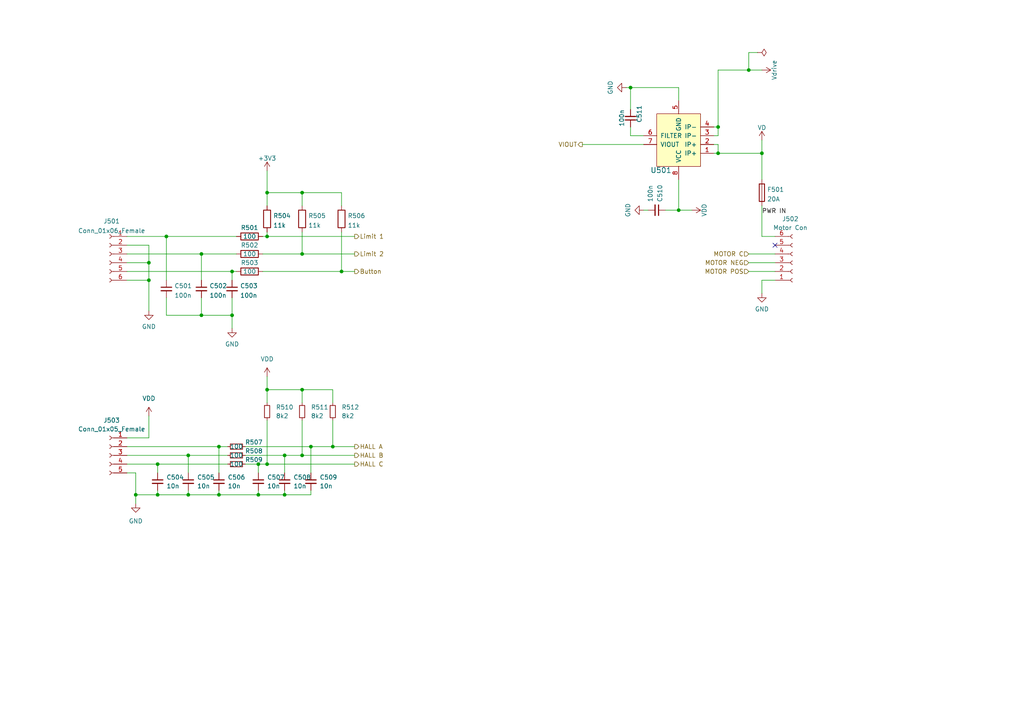
<source format=kicad_sch>
(kicad_sch (version 20211123) (generator eeschema)

  (uuid 1ee83d38-e688-4c88-a436-a8a4f0c61ce0)

  (paper "A4")

  (lib_symbols
    (symbol "Connector:Conn_01x05_Female" (pin_names (offset 1.016) hide) (in_bom yes) (on_board yes)
      (property "Reference" "J" (id 0) (at 0 7.62 0)
        (effects (font (size 1.27 1.27)))
      )
      (property "Value" "Conn_01x05_Female" (id 1) (at 0 -7.62 0)
        (effects (font (size 1.27 1.27)))
      )
      (property "Footprint" "" (id 2) (at 0 0 0)
        (effects (font (size 1.27 1.27)) hide)
      )
      (property "Datasheet" "~" (id 3) (at 0 0 0)
        (effects (font (size 1.27 1.27)) hide)
      )
      (property "ki_keywords" "connector" (id 4) (at 0 0 0)
        (effects (font (size 1.27 1.27)) hide)
      )
      (property "ki_description" "Generic connector, single row, 01x05, script generated (kicad-library-utils/schlib/autogen/connector/)" (id 5) (at 0 0 0)
        (effects (font (size 1.27 1.27)) hide)
      )
      (property "ki_fp_filters" "Connector*:*_1x??_*" (id 6) (at 0 0 0)
        (effects (font (size 1.27 1.27)) hide)
      )
      (symbol "Conn_01x05_Female_1_1"
        (arc (start 0 -4.572) (mid -0.508 -5.08) (end 0 -5.588)
          (stroke (width 0.1524) (type default) (color 0 0 0 0))
          (fill (type none))
        )
        (arc (start 0 -2.032) (mid -0.508 -2.54) (end 0 -3.048)
          (stroke (width 0.1524) (type default) (color 0 0 0 0))
          (fill (type none))
        )
        (polyline
          (pts
            (xy -1.27 -5.08)
            (xy -0.508 -5.08)
          )
          (stroke (width 0.1524) (type default) (color 0 0 0 0))
          (fill (type none))
        )
        (polyline
          (pts
            (xy -1.27 -2.54)
            (xy -0.508 -2.54)
          )
          (stroke (width 0.1524) (type default) (color 0 0 0 0))
          (fill (type none))
        )
        (polyline
          (pts
            (xy -1.27 0)
            (xy -0.508 0)
          )
          (stroke (width 0.1524) (type default) (color 0 0 0 0))
          (fill (type none))
        )
        (polyline
          (pts
            (xy -1.27 2.54)
            (xy -0.508 2.54)
          )
          (stroke (width 0.1524) (type default) (color 0 0 0 0))
          (fill (type none))
        )
        (polyline
          (pts
            (xy -1.27 5.08)
            (xy -0.508 5.08)
          )
          (stroke (width 0.1524) (type default) (color 0 0 0 0))
          (fill (type none))
        )
        (arc (start 0 0.508) (mid -0.508 0) (end 0 -0.508)
          (stroke (width 0.1524) (type default) (color 0 0 0 0))
          (fill (type none))
        )
        (arc (start 0 3.048) (mid -0.508 2.54) (end 0 2.032)
          (stroke (width 0.1524) (type default) (color 0 0 0 0))
          (fill (type none))
        )
        (arc (start 0 5.588) (mid -0.508 5.08) (end 0 4.572)
          (stroke (width 0.1524) (type default) (color 0 0 0 0))
          (fill (type none))
        )
        (pin passive line (at -5.08 5.08 0) (length 3.81)
          (name "Pin_1" (effects (font (size 1.27 1.27))))
          (number "1" (effects (font (size 1.27 1.27))))
        )
        (pin passive line (at -5.08 2.54 0) (length 3.81)
          (name "Pin_2" (effects (font (size 1.27 1.27))))
          (number "2" (effects (font (size 1.27 1.27))))
        )
        (pin passive line (at -5.08 0 0) (length 3.81)
          (name "Pin_3" (effects (font (size 1.27 1.27))))
          (number "3" (effects (font (size 1.27 1.27))))
        )
        (pin passive line (at -5.08 -2.54 0) (length 3.81)
          (name "Pin_4" (effects (font (size 1.27 1.27))))
          (number "4" (effects (font (size 1.27 1.27))))
        )
        (pin passive line (at -5.08 -5.08 0) (length 3.81)
          (name "Pin_5" (effects (font (size 1.27 1.27))))
          (number "5" (effects (font (size 1.27 1.27))))
        )
      )
    )
    (symbol "Connector:Conn_01x06_Female" (pin_names (offset 1.016) hide) (in_bom yes) (on_board yes)
      (property "Reference" "J" (id 0) (at 0 7.62 0)
        (effects (font (size 1.27 1.27)))
      )
      (property "Value" "Conn_01x06_Female" (id 1) (at 0 -10.16 0)
        (effects (font (size 1.27 1.27)))
      )
      (property "Footprint" "" (id 2) (at 0 0 0)
        (effects (font (size 1.27 1.27)) hide)
      )
      (property "Datasheet" "~" (id 3) (at 0 0 0)
        (effects (font (size 1.27 1.27)) hide)
      )
      (property "ki_keywords" "connector" (id 4) (at 0 0 0)
        (effects (font (size 1.27 1.27)) hide)
      )
      (property "ki_description" "Generic connector, single row, 01x06, script generated (kicad-library-utils/schlib/autogen/connector/)" (id 5) (at 0 0 0)
        (effects (font (size 1.27 1.27)) hide)
      )
      (property "ki_fp_filters" "Connector*:*_1x??_*" (id 6) (at 0 0 0)
        (effects (font (size 1.27 1.27)) hide)
      )
      (symbol "Conn_01x06_Female_1_1"
        (arc (start 0 -7.112) (mid -0.508 -7.62) (end 0 -8.128)
          (stroke (width 0.1524) (type default) (color 0 0 0 0))
          (fill (type none))
        )
        (arc (start 0 -4.572) (mid -0.508 -5.08) (end 0 -5.588)
          (stroke (width 0.1524) (type default) (color 0 0 0 0))
          (fill (type none))
        )
        (arc (start 0 -2.032) (mid -0.508 -2.54) (end 0 -3.048)
          (stroke (width 0.1524) (type default) (color 0 0 0 0))
          (fill (type none))
        )
        (polyline
          (pts
            (xy -1.27 -7.62)
            (xy -0.508 -7.62)
          )
          (stroke (width 0.1524) (type default) (color 0 0 0 0))
          (fill (type none))
        )
        (polyline
          (pts
            (xy -1.27 -5.08)
            (xy -0.508 -5.08)
          )
          (stroke (width 0.1524) (type default) (color 0 0 0 0))
          (fill (type none))
        )
        (polyline
          (pts
            (xy -1.27 -2.54)
            (xy -0.508 -2.54)
          )
          (stroke (width 0.1524) (type default) (color 0 0 0 0))
          (fill (type none))
        )
        (polyline
          (pts
            (xy -1.27 0)
            (xy -0.508 0)
          )
          (stroke (width 0.1524) (type default) (color 0 0 0 0))
          (fill (type none))
        )
        (polyline
          (pts
            (xy -1.27 2.54)
            (xy -0.508 2.54)
          )
          (stroke (width 0.1524) (type default) (color 0 0 0 0))
          (fill (type none))
        )
        (polyline
          (pts
            (xy -1.27 5.08)
            (xy -0.508 5.08)
          )
          (stroke (width 0.1524) (type default) (color 0 0 0 0))
          (fill (type none))
        )
        (arc (start 0 0.508) (mid -0.508 0) (end 0 -0.508)
          (stroke (width 0.1524) (type default) (color 0 0 0 0))
          (fill (type none))
        )
        (arc (start 0 3.048) (mid -0.508 2.54) (end 0 2.032)
          (stroke (width 0.1524) (type default) (color 0 0 0 0))
          (fill (type none))
        )
        (arc (start 0 5.588) (mid -0.508 5.08) (end 0 4.572)
          (stroke (width 0.1524) (type default) (color 0 0 0 0))
          (fill (type none))
        )
        (pin passive line (at -5.08 5.08 0) (length 3.81)
          (name "Pin_1" (effects (font (size 1.27 1.27))))
          (number "1" (effects (font (size 1.27 1.27))))
        )
        (pin passive line (at -5.08 2.54 0) (length 3.81)
          (name "Pin_2" (effects (font (size 1.27 1.27))))
          (number "2" (effects (font (size 1.27 1.27))))
        )
        (pin passive line (at -5.08 0 0) (length 3.81)
          (name "Pin_3" (effects (font (size 1.27 1.27))))
          (number "3" (effects (font (size 1.27 1.27))))
        )
        (pin passive line (at -5.08 -2.54 0) (length 3.81)
          (name "Pin_4" (effects (font (size 1.27 1.27))))
          (number "4" (effects (font (size 1.27 1.27))))
        )
        (pin passive line (at -5.08 -5.08 0) (length 3.81)
          (name "Pin_5" (effects (font (size 1.27 1.27))))
          (number "5" (effects (font (size 1.27 1.27))))
        )
        (pin passive line (at -5.08 -7.62 0) (length 3.81)
          (name "Pin_6" (effects (font (size 1.27 1.27))))
          (number "6" (effects (font (size 1.27 1.27))))
        )
      )
    )
    (symbol "Device:C_Small" (pin_numbers hide) (pin_names (offset 0.254) hide) (in_bom yes) (on_board yes)
      (property "Reference" "C" (id 0) (at 0.254 1.778 0)
        (effects (font (size 1.27 1.27)) (justify left))
      )
      (property "Value" "C_Small" (id 1) (at 0.254 -2.032 0)
        (effects (font (size 1.27 1.27)) (justify left))
      )
      (property "Footprint" "" (id 2) (at 0 0 0)
        (effects (font (size 1.27 1.27)) hide)
      )
      (property "Datasheet" "~" (id 3) (at 0 0 0)
        (effects (font (size 1.27 1.27)) hide)
      )
      (property "ki_keywords" "capacitor cap" (id 4) (at 0 0 0)
        (effects (font (size 1.27 1.27)) hide)
      )
      (property "ki_description" "Unpolarized capacitor, small symbol" (id 5) (at 0 0 0)
        (effects (font (size 1.27 1.27)) hide)
      )
      (property "ki_fp_filters" "C_*" (id 6) (at 0 0 0)
        (effects (font (size 1.27 1.27)) hide)
      )
      (symbol "C_Small_0_1"
        (polyline
          (pts
            (xy -1.524 -0.508)
            (xy 1.524 -0.508)
          )
          (stroke (width 0.3302) (type default) (color 0 0 0 0))
          (fill (type none))
        )
        (polyline
          (pts
            (xy -1.524 0.508)
            (xy 1.524 0.508)
          )
          (stroke (width 0.3048) (type default) (color 0 0 0 0))
          (fill (type none))
        )
      )
      (symbol "C_Small_1_1"
        (pin passive line (at 0 2.54 270) (length 2.032)
          (name "~" (effects (font (size 1.27 1.27))))
          (number "1" (effects (font (size 1.27 1.27))))
        )
        (pin passive line (at 0 -2.54 90) (length 2.032)
          (name "~" (effects (font (size 1.27 1.27))))
          (number "2" (effects (font (size 1.27 1.27))))
        )
      )
    )
    (symbol "Device:Fuse" (pin_numbers hide) (pin_names (offset 0)) (in_bom yes) (on_board yes)
      (property "Reference" "F" (id 0) (at 2.032 0 90)
        (effects (font (size 1.27 1.27)))
      )
      (property "Value" "Fuse" (id 1) (at -1.905 0 90)
        (effects (font (size 1.27 1.27)))
      )
      (property "Footprint" "" (id 2) (at -1.778 0 90)
        (effects (font (size 1.27 1.27)) hide)
      )
      (property "Datasheet" "~" (id 3) (at 0 0 0)
        (effects (font (size 1.27 1.27)) hide)
      )
      (property "ki_keywords" "fuse" (id 4) (at 0 0 0)
        (effects (font (size 1.27 1.27)) hide)
      )
      (property "ki_description" "Fuse" (id 5) (at 0 0 0)
        (effects (font (size 1.27 1.27)) hide)
      )
      (property "ki_fp_filters" "*Fuse*" (id 6) (at 0 0 0)
        (effects (font (size 1.27 1.27)) hide)
      )
      (symbol "Fuse_0_1"
        (rectangle (start -0.762 -2.54) (end 0.762 2.54)
          (stroke (width 0.254) (type default) (color 0 0 0 0))
          (fill (type none))
        )
        (polyline
          (pts
            (xy 0 2.54)
            (xy 0 -2.54)
          )
          (stroke (width 0) (type default) (color 0 0 0 0))
          (fill (type none))
        )
      )
      (symbol "Fuse_1_1"
        (pin passive line (at 0 3.81 270) (length 1.27)
          (name "~" (effects (font (size 1.27 1.27))))
          (number "1" (effects (font (size 1.27 1.27))))
        )
        (pin passive line (at 0 -3.81 90) (length 1.27)
          (name "~" (effects (font (size 1.27 1.27))))
          (number "2" (effects (font (size 1.27 1.27))))
        )
      )
    )
    (symbol "Device:R" (pin_numbers hide) (pin_names (offset 0)) (in_bom yes) (on_board yes)
      (property "Reference" "R" (id 0) (at 2.032 0 90)
        (effects (font (size 1.27 1.27)))
      )
      (property "Value" "R" (id 1) (at 0 0 90)
        (effects (font (size 1.27 1.27)))
      )
      (property "Footprint" "" (id 2) (at -1.778 0 90)
        (effects (font (size 1.27 1.27)) hide)
      )
      (property "Datasheet" "~" (id 3) (at 0 0 0)
        (effects (font (size 1.27 1.27)) hide)
      )
      (property "ki_keywords" "R res resistor" (id 4) (at 0 0 0)
        (effects (font (size 1.27 1.27)) hide)
      )
      (property "ki_description" "Resistor" (id 5) (at 0 0 0)
        (effects (font (size 1.27 1.27)) hide)
      )
      (property "ki_fp_filters" "R_*" (id 6) (at 0 0 0)
        (effects (font (size 1.27 1.27)) hide)
      )
      (symbol "R_0_1"
        (rectangle (start -1.016 -2.54) (end 1.016 2.54)
          (stroke (width 0.254) (type default) (color 0 0 0 0))
          (fill (type none))
        )
      )
      (symbol "R_1_1"
        (pin passive line (at 0 3.81 270) (length 1.27)
          (name "~" (effects (font (size 1.27 1.27))))
          (number "1" (effects (font (size 1.27 1.27))))
        )
        (pin passive line (at 0 -3.81 90) (length 1.27)
          (name "~" (effects (font (size 1.27 1.27))))
          (number "2" (effects (font (size 1.27 1.27))))
        )
      )
    )
    (symbol "Device:R_Small" (pin_numbers hide) (pin_names (offset 0.254) hide) (in_bom yes) (on_board yes)
      (property "Reference" "R" (id 0) (at 0.762 0.508 0)
        (effects (font (size 1.27 1.27)) (justify left))
      )
      (property "Value" "R_Small" (id 1) (at 0.762 -1.016 0)
        (effects (font (size 1.27 1.27)) (justify left))
      )
      (property "Footprint" "" (id 2) (at 0 0 0)
        (effects (font (size 1.27 1.27)) hide)
      )
      (property "Datasheet" "~" (id 3) (at 0 0 0)
        (effects (font (size 1.27 1.27)) hide)
      )
      (property "ki_keywords" "R resistor" (id 4) (at 0 0 0)
        (effects (font (size 1.27 1.27)) hide)
      )
      (property "ki_description" "Resistor, small symbol" (id 5) (at 0 0 0)
        (effects (font (size 1.27 1.27)) hide)
      )
      (property "ki_fp_filters" "R_*" (id 6) (at 0 0 0)
        (effects (font (size 1.27 1.27)) hide)
      )
      (symbol "R_Small_0_1"
        (rectangle (start -0.762 1.778) (end 0.762 -1.778)
          (stroke (width 0.2032) (type default) (color 0 0 0 0))
          (fill (type none))
        )
      )
      (symbol "R_Small_1_1"
        (pin passive line (at 0 2.54 270) (length 0.762)
          (name "~" (effects (font (size 1.27 1.27))))
          (number "1" (effects (font (size 1.27 1.27))))
        )
        (pin passive line (at 0 -2.54 90) (length 0.762)
          (name "~" (effects (font (size 1.27 1.27))))
          (number "2" (effects (font (size 1.27 1.27))))
        )
      )
    )
    (symbol "dk_Current-Sensors:ACS712ELCTR-20A-T_NRND" (pin_names (offset 1.016)) (in_bom yes) (on_board yes)
      (property "Reference" "U" (id 0) (at -5.08 7.62 0)
        (effects (font (size 1.524 1.524)))
      )
      (property "Value" "ACS712ELCTR-20A-T_NRND" (id 1) (at 1.27 -10.16 0)
        (effects (font (size 1.524 1.524)) (justify left))
      )
      (property "Footprint" "digikey-footprints:SOIC-8_W3.9mm" (id 2) (at 5.08 5.08 0)
        (effects (font (size 1.524 1.524)) (justify left) hide)
      )
      (property "Datasheet" "https://www.allegromicro.com/~/media/Files/Datasheets/ACS712-Datasheet.ashx" (id 3) (at 5.08 7.62 0)
        (effects (font (size 1.524 1.524)) (justify left) hide)
      )
      (property "Digi-Key_PN" "620-1190-1-ND" (id 4) (at 5.08 10.16 0)
        (effects (font (size 1.524 1.524)) (justify left) hide)
      )
      (property "MPN" "ACS712ELCTR-20A-T" (id 5) (at 5.08 12.7 0)
        (effects (font (size 1.524 1.524)) (justify left) hide)
      )
      (property "Category" "Sensors, Transducers" (id 6) (at 5.08 15.24 0)
        (effects (font (size 1.524 1.524)) (justify left) hide)
      )
      (property "Family" "Current Sensors" (id 7) (at 5.08 17.78 0)
        (effects (font (size 1.524 1.524)) (justify left) hide)
      )
      (property "DK_Datasheet_Link" "https://www.allegromicro.com/~{/media/Files/Datasheets/ACS712-Datasheet.ashx}" (id 8) (at 5.08 20.32 0)
        (effects (font (size 1.524 1.524)) (justify left) hide)
      )
      (property "DK_Detail_Page" "/product-detail/en/allegro-microsystems-llc/ACS712ELCTR-20A-T/620-1190-1-ND/1284607" (id 9) (at 5.08 22.86 0)
        (effects (font (size 1.524 1.524)) (justify left) hide)
      )
      (property "Description" "SENSOR CURRENT HALL 20A AC/DC" (id 10) (at 5.08 25.4 0)
        (effects (font (size 1.524 1.524)) (justify left) hide)
      )
      (property "Manufacturer" "Allegro MicroSystems, LLC" (id 11) (at 5.08 27.94 0)
        (effects (font (size 1.524 1.524)) (justify left) hide)
      )
      (property "Status" "Not For New Designs" (id 12) (at 5.08 30.48 0)
        (effects (font (size 1.524 1.524)) (justify left) hide)
      )
      (property "ki_keywords" "620-1190-1-ND" (id 13) (at 0 0 0)
        (effects (font (size 1.27 1.27)) hide)
      )
      (property "ki_description" "SENSOR CURRENT HALL 20A AC/DC" (id 14) (at 0 0 0)
        (effects (font (size 1.27 1.27)) hide)
      )
      (symbol "ACS712ELCTR-20A-T_NRND_1_1"
        (rectangle (start -6.35 6.35) (end 6.35 -8.89)
          (stroke (width 0) (type default) (color 0 0 0 0))
          (fill (type background))
        )
        (pin input line (at -10.16 2.54 0) (length 3.81)
          (name "IP+" (effects (font (size 1.27 1.27))))
          (number "1" (effects (font (size 1.27 1.27))))
        )
        (pin input line (at -10.16 0 0) (length 3.81)
          (name "IP+" (effects (font (size 1.27 1.27))))
          (number "2" (effects (font (size 1.27 1.27))))
        )
        (pin input line (at -10.16 -2.54 0) (length 3.81)
          (name "IP-" (effects (font (size 1.27 1.27))))
          (number "3" (effects (font (size 1.27 1.27))))
        )
        (pin input line (at -10.16 -5.08 0) (length 3.81)
          (name "IP-" (effects (font (size 1.27 1.27))))
          (number "4" (effects (font (size 1.27 1.27))))
        )
        (pin power_in line (at 0 -12.7 90) (length 3.81)
          (name "GND" (effects (font (size 1.27 1.27))))
          (number "5" (effects (font (size 1.27 1.27))))
        )
        (pin unspecified line (at 10.16 -2.54 180) (length 3.81)
          (name "FILTER" (effects (font (size 1.27 1.27))))
          (number "6" (effects (font (size 1.27 1.27))))
        )
        (pin output line (at 10.16 0 180) (length 3.81)
          (name "VIOUT" (effects (font (size 1.27 1.27))))
          (number "7" (effects (font (size 1.27 1.27))))
        )
        (pin power_in line (at 0 10.16 270) (length 3.81)
          (name "VCC" (effects (font (size 1.27 1.27))))
          (number "8" (effects (font (size 1.27 1.27))))
        )
      )
    )
    (symbol "power:+3V3" (power) (pin_names (offset 0)) (in_bom yes) (on_board yes)
      (property "Reference" "#PWR" (id 0) (at 0 -3.81 0)
        (effects (font (size 1.27 1.27)) hide)
      )
      (property "Value" "+3V3" (id 1) (at 0 3.556 0)
        (effects (font (size 1.27 1.27)))
      )
      (property "Footprint" "" (id 2) (at 0 0 0)
        (effects (font (size 1.27 1.27)) hide)
      )
      (property "Datasheet" "" (id 3) (at 0 0 0)
        (effects (font (size 1.27 1.27)) hide)
      )
      (property "ki_keywords" "power-flag" (id 4) (at 0 0 0)
        (effects (font (size 1.27 1.27)) hide)
      )
      (property "ki_description" "Power symbol creates a global label with name \"+3V3\"" (id 5) (at 0 0 0)
        (effects (font (size 1.27 1.27)) hide)
      )
      (symbol "+3V3_0_1"
        (polyline
          (pts
            (xy -0.762 1.27)
            (xy 0 2.54)
          )
          (stroke (width 0) (type default) (color 0 0 0 0))
          (fill (type none))
        )
        (polyline
          (pts
            (xy 0 0)
            (xy 0 2.54)
          )
          (stroke (width 0) (type default) (color 0 0 0 0))
          (fill (type none))
        )
        (polyline
          (pts
            (xy 0 2.54)
            (xy 0.762 1.27)
          )
          (stroke (width 0) (type default) (color 0 0 0 0))
          (fill (type none))
        )
      )
      (symbol "+3V3_1_1"
        (pin power_in line (at 0 0 90) (length 0) hide
          (name "+3V3" (effects (font (size 1.27 1.27))))
          (number "1" (effects (font (size 1.27 1.27))))
        )
      )
    )
    (symbol "power:GND" (power) (pin_names (offset 0)) (in_bom yes) (on_board yes)
      (property "Reference" "#PWR" (id 0) (at 0 -6.35 0)
        (effects (font (size 1.27 1.27)) hide)
      )
      (property "Value" "GND" (id 1) (at 0 -3.81 0)
        (effects (font (size 1.27 1.27)))
      )
      (property "Footprint" "" (id 2) (at 0 0 0)
        (effects (font (size 1.27 1.27)) hide)
      )
      (property "Datasheet" "" (id 3) (at 0 0 0)
        (effects (font (size 1.27 1.27)) hide)
      )
      (property "ki_keywords" "power-flag" (id 4) (at 0 0 0)
        (effects (font (size 1.27 1.27)) hide)
      )
      (property "ki_description" "Power symbol creates a global label with name \"GND\" , ground" (id 5) (at 0 0 0)
        (effects (font (size 1.27 1.27)) hide)
      )
      (symbol "GND_0_1"
        (polyline
          (pts
            (xy 0 0)
            (xy 0 -1.27)
            (xy 1.27 -1.27)
            (xy 0 -2.54)
            (xy -1.27 -1.27)
            (xy 0 -1.27)
          )
          (stroke (width 0) (type default) (color 0 0 0 0))
          (fill (type none))
        )
      )
      (symbol "GND_1_1"
        (pin power_in line (at 0 0 270) (length 0) hide
          (name "GND" (effects (font (size 1.27 1.27))))
          (number "1" (effects (font (size 1.27 1.27))))
        )
      )
    )
    (symbol "power:PWR_FLAG" (power) (pin_numbers hide) (pin_names (offset 0) hide) (in_bom yes) (on_board yes)
      (property "Reference" "#FLG" (id 0) (at 0 1.905 0)
        (effects (font (size 1.27 1.27)) hide)
      )
      (property "Value" "PWR_FLAG" (id 1) (at 0 3.81 0)
        (effects (font (size 1.27 1.27)))
      )
      (property "Footprint" "" (id 2) (at 0 0 0)
        (effects (font (size 1.27 1.27)) hide)
      )
      (property "Datasheet" "~" (id 3) (at 0 0 0)
        (effects (font (size 1.27 1.27)) hide)
      )
      (property "ki_keywords" "power-flag" (id 4) (at 0 0 0)
        (effects (font (size 1.27 1.27)) hide)
      )
      (property "ki_description" "Special symbol for telling ERC where power comes from" (id 5) (at 0 0 0)
        (effects (font (size 1.27 1.27)) hide)
      )
      (symbol "PWR_FLAG_0_0"
        (pin power_out line (at 0 0 90) (length 0)
          (name "pwr" (effects (font (size 1.27 1.27))))
          (number "1" (effects (font (size 1.27 1.27))))
        )
      )
      (symbol "PWR_FLAG_0_1"
        (polyline
          (pts
            (xy 0 0)
            (xy 0 1.27)
            (xy -1.016 1.905)
            (xy 0 2.54)
            (xy 1.016 1.905)
            (xy 0 1.27)
          )
          (stroke (width 0) (type default) (color 0 0 0 0))
          (fill (type none))
        )
      )
    )
    (symbol "power:VD" (power) (pin_names (offset 0)) (in_bom yes) (on_board yes)
      (property "Reference" "#PWR" (id 0) (at 0 -3.81 0)
        (effects (font (size 1.27 1.27)) hide)
      )
      (property "Value" "VD" (id 1) (at 0 3.81 0)
        (effects (font (size 1.27 1.27)))
      )
      (property "Footprint" "" (id 2) (at 0 0 0)
        (effects (font (size 1.27 1.27)) hide)
      )
      (property "Datasheet" "" (id 3) (at 0 0 0)
        (effects (font (size 1.27 1.27)) hide)
      )
      (property "ki_keywords" "power-flag" (id 4) (at 0 0 0)
        (effects (font (size 1.27 1.27)) hide)
      )
      (property "ki_description" "Power symbol creates a global label with name \"VD\"" (id 5) (at 0 0 0)
        (effects (font (size 1.27 1.27)) hide)
      )
      (symbol "VD_0_1"
        (polyline
          (pts
            (xy -0.762 1.27)
            (xy 0 2.54)
          )
          (stroke (width 0) (type default) (color 0 0 0 0))
          (fill (type none))
        )
        (polyline
          (pts
            (xy 0 0)
            (xy 0 2.54)
          )
          (stroke (width 0) (type default) (color 0 0 0 0))
          (fill (type none))
        )
        (polyline
          (pts
            (xy 0 2.54)
            (xy 0.762 1.27)
          )
          (stroke (width 0) (type default) (color 0 0 0 0))
          (fill (type none))
        )
      )
      (symbol "VD_1_1"
        (pin power_in line (at 0 0 90) (length 0) hide
          (name "VD" (effects (font (size 1.27 1.27))))
          (number "1" (effects (font (size 1.27 1.27))))
        )
      )
    )
    (symbol "power:VDD" (power) (pin_names (offset 0)) (in_bom yes) (on_board yes)
      (property "Reference" "#PWR" (id 0) (at 0 -3.81 0)
        (effects (font (size 1.27 1.27)) hide)
      )
      (property "Value" "VDD" (id 1) (at 0 3.81 0)
        (effects (font (size 1.27 1.27)))
      )
      (property "Footprint" "" (id 2) (at 0 0 0)
        (effects (font (size 1.27 1.27)) hide)
      )
      (property "Datasheet" "" (id 3) (at 0 0 0)
        (effects (font (size 1.27 1.27)) hide)
      )
      (property "ki_keywords" "power-flag" (id 4) (at 0 0 0)
        (effects (font (size 1.27 1.27)) hide)
      )
      (property "ki_description" "Power symbol creates a global label with name \"VDD\"" (id 5) (at 0 0 0)
        (effects (font (size 1.27 1.27)) hide)
      )
      (symbol "VDD_0_1"
        (polyline
          (pts
            (xy -0.762 1.27)
            (xy 0 2.54)
          )
          (stroke (width 0) (type default) (color 0 0 0 0))
          (fill (type none))
        )
        (polyline
          (pts
            (xy 0 0)
            (xy 0 2.54)
          )
          (stroke (width 0) (type default) (color 0 0 0 0))
          (fill (type none))
        )
        (polyline
          (pts
            (xy 0 2.54)
            (xy 0.762 1.27)
          )
          (stroke (width 0) (type default) (color 0 0 0 0))
          (fill (type none))
        )
      )
      (symbol "VDD_1_1"
        (pin power_in line (at 0 0 90) (length 0) hide
          (name "VDD" (effects (font (size 1.27 1.27))))
          (number "1" (effects (font (size 1.27 1.27))))
        )
      )
    )
    (symbol "power:Vdrive" (power) (pin_names (offset 0)) (in_bom yes) (on_board yes)
      (property "Reference" "#PWR" (id 0) (at -5.08 -3.81 0)
        (effects (font (size 1.27 1.27)) hide)
      )
      (property "Value" "Vdrive" (id 1) (at 0 3.81 0)
        (effects (font (size 1.27 1.27)))
      )
      (property "Footprint" "" (id 2) (at 0 0 0)
        (effects (font (size 1.27 1.27)) hide)
      )
      (property "Datasheet" "" (id 3) (at 0 0 0)
        (effects (font (size 1.27 1.27)) hide)
      )
      (property "ki_keywords" "power-flag" (id 4) (at 0 0 0)
        (effects (font (size 1.27 1.27)) hide)
      )
      (property "ki_description" "Power symbol creates a global label with name \"Vdrive\"" (id 5) (at 0 0 0)
        (effects (font (size 1.27 1.27)) hide)
      )
      (symbol "Vdrive_0_1"
        (polyline
          (pts
            (xy -0.762 1.27)
            (xy 0 2.54)
          )
          (stroke (width 0) (type default) (color 0 0 0 0))
          (fill (type none))
        )
        (polyline
          (pts
            (xy 0 0)
            (xy 0 2.54)
          )
          (stroke (width 0) (type default) (color 0 0 0 0))
          (fill (type none))
        )
        (polyline
          (pts
            (xy 0 2.54)
            (xy 0.762 1.27)
          )
          (stroke (width 0) (type default) (color 0 0 0 0))
          (fill (type none))
        )
      )
      (symbol "Vdrive_1_1"
        (pin power_in line (at 0 0 90) (length 0) hide
          (name "Vdrive" (effects (font (size 1.27 1.27))))
          (number "1" (effects (font (size 1.27 1.27))))
        )
      )
    )
  )

  (junction (at 67.31 78.74) (diameter 0) (color 0 0 0 0)
    (uuid 01e65648-0843-4403-bd44-999670a8b9ca)
  )
  (junction (at 63.5 129.54) (diameter 0) (color 0 0 0 0)
    (uuid 02b8afbf-b342-4072-a7f8-f6916c6c5372)
  )
  (junction (at 220.98 44.45) (diameter 0) (color 0 0 0 0)
    (uuid 1610f979-9f30-4701-908f-2ab18ff38c4e)
  )
  (junction (at 43.18 76.2) (diameter 0) (color 0 0 0 0)
    (uuid 167fa2de-2557-40cb-9a83-bc1eff5603f4)
  )
  (junction (at 77.47 113.03) (diameter 0) (color 0 0 0 0)
    (uuid 25c66ec9-bf08-4eee-bd7d-e95bd9e285fe)
  )
  (junction (at 96.52 129.54) (diameter 0) (color 0 0 0 0)
    (uuid 2a578bc7-8fed-4a65-959b-a270da2c25a8)
  )
  (junction (at 90.17 129.54) (diameter 0) (color 0 0 0 0)
    (uuid 2dc0a381-b3ce-408f-acb3-8abe29603651)
  )
  (junction (at 45.72 143.51) (diameter 0) (color 0 0 0 0)
    (uuid 3e70986f-ef34-45f8-8082-059da4385b49)
  )
  (junction (at 63.5 143.51) (diameter 0) (color 0 0 0 0)
    (uuid 405d6571-2226-45c6-9741-a5156fdaa5ee)
  )
  (junction (at 208.28 44.45) (diameter 0) (color 0 0 0 0)
    (uuid 44004a7a-e0a8-4154-8956-af691337293f)
  )
  (junction (at 74.93 134.62) (diameter 0) (color 0 0 0 0)
    (uuid 47719f92-ab9f-4c3a-b38f-a828c20602b5)
  )
  (junction (at 196.85 60.96) (diameter 0) (color 0 0 0 0)
    (uuid 69241aa0-e361-461b-b3e5-aab11756c036)
  )
  (junction (at 87.63 73.66) (diameter 0) (color 0 0 0 0)
    (uuid 706d650b-e554-46e8-933d-98a490bf0d52)
  )
  (junction (at 217.17 20.32) (diameter 0) (color 0 0 0 0)
    (uuid 7227d1cd-4f33-4da9-9b6b-4338573a16c2)
  )
  (junction (at 67.31 91.44) (diameter 0) (color 0 0 0 0)
    (uuid 73b71b46-9513-48fc-b42e-43bc8a0aaf3d)
  )
  (junction (at 87.63 132.08) (diameter 0) (color 0 0 0 0)
    (uuid 795b0662-1b02-490b-b543-3688556f1619)
  )
  (junction (at 82.55 143.51) (diameter 0) (color 0 0 0 0)
    (uuid 7cef248e-51b9-4732-b2bb-4dd1c3bff25a)
  )
  (junction (at 82.55 132.08) (diameter 0) (color 0 0 0 0)
    (uuid 7e0437f3-7467-4ecf-95c1-f7340d17f732)
  )
  (junction (at 77.47 134.62) (diameter 0) (color 0 0 0 0)
    (uuid 7fad79ab-a2ee-4097-b592-ab86bf083335)
  )
  (junction (at 87.63 113.03) (diameter 0) (color 0 0 0 0)
    (uuid 8eb7ed96-597d-4d2e-b93a-095eea7499a9)
  )
  (junction (at 39.37 143.51) (diameter 0) (color 0 0 0 0)
    (uuid 8f3d3153-0c26-4d9f-b9ca-b87a19fc1300)
  )
  (junction (at 77.47 68.58) (diameter 0) (color 0 0 0 0)
    (uuid 96019cdd-92c0-493c-8686-a6f6392c8abb)
  )
  (junction (at 99.06 78.74) (diameter 0) (color 0 0 0 0)
    (uuid a06bef4c-ca33-402e-978d-b803aa6dd549)
  )
  (junction (at 182.88 25.4) (diameter 0) (color 0 0 0 0)
    (uuid a7cc11b0-2e8d-449a-b549-999a3a875038)
  )
  (junction (at 48.26 68.58) (diameter 0) (color 0 0 0 0)
    (uuid afe74abe-7a8f-41b6-92c1-c6a3718d23c6)
  )
  (junction (at 54.61 132.08) (diameter 0) (color 0 0 0 0)
    (uuid b2934444-e133-425e-b5b9-bcc484edfff0)
  )
  (junction (at 74.93 143.51) (diameter 0) (color 0 0 0 0)
    (uuid b4b1129d-7878-4bd1-9a3e-920c974ce5ff)
  )
  (junction (at 45.72 134.62) (diameter 0) (color 0 0 0 0)
    (uuid b4d5d885-1339-47ac-b6fb-3be3ef68df89)
  )
  (junction (at 54.61 143.51) (diameter 0) (color 0 0 0 0)
    (uuid b530ea98-cbeb-4f29-93fb-5672a3306783)
  )
  (junction (at 77.47 55.88) (diameter 0) (color 0 0 0 0)
    (uuid c21524a3-07a9-4a71-9a9b-ebd50ea1daf0)
  )
  (junction (at 58.42 73.66) (diameter 0) (color 0 0 0 0)
    (uuid cf6dc326-bebf-4cc3-912f-7d8a4584c3b7)
  )
  (junction (at 58.42 91.44) (diameter 0) (color 0 0 0 0)
    (uuid de794410-4153-473a-b590-a46e82c4b13e)
  )
  (junction (at 208.28 36.83) (diameter 0) (color 0 0 0 0)
    (uuid e5bd17f1-f549-478e-85c0-a08ed51f2426)
  )
  (junction (at 87.63 55.88) (diameter 0) (color 0 0 0 0)
    (uuid ed1f47c6-c967-44b1-8d1b-ac45d9bf8bd4)
  )
  (junction (at 43.18 81.28) (diameter 0) (color 0 0 0 0)
    (uuid f1c368ce-6340-4721-82cb-f7ee874c3342)
  )

  (no_connect (at 224.79 71.12) (uuid 03c909b7-639d-46bf-98df-8e1e8971b654))

  (wire (pts (xy 208.28 44.45) (xy 220.98 44.45))
    (stroke (width 0) (type default) (color 0 0 0 0))
    (uuid 02876cd0-4a8d-4f13-8d6c-d593fe6ac452)
  )
  (wire (pts (xy 48.26 68.58) (xy 48.26 81.28))
    (stroke (width 0) (type default) (color 0 0 0 0))
    (uuid 06ca087a-ad17-49c4-943c-157caab5359f)
  )
  (wire (pts (xy 196.85 60.96) (xy 196.85 52.07))
    (stroke (width 0) (type default) (color 0 0 0 0))
    (uuid 087d2fed-a8a8-4955-9a44-d71536895b79)
  )
  (wire (pts (xy 207.01 39.37) (xy 208.28 39.37))
    (stroke (width 0) (type default) (color 0 0 0 0))
    (uuid 0c99cb82-00d7-48f4-81e5-7d21fad4f7de)
  )
  (wire (pts (xy 48.26 68.58) (xy 68.58 68.58))
    (stroke (width 0) (type default) (color 0 0 0 0))
    (uuid 0db3711d-89ed-4ef6-8ea9-93a2baa33a1e)
  )
  (wire (pts (xy 71.12 132.08) (xy 82.55 132.08))
    (stroke (width 0) (type default) (color 0 0 0 0))
    (uuid 0fe90ec3-3b19-4941-a256-97e3d5123156)
  )
  (wire (pts (xy 82.55 132.08) (xy 82.55 137.16))
    (stroke (width 0) (type default) (color 0 0 0 0))
    (uuid 1d05378a-a0ae-42f8-8a0b-9dcf4ea78174)
  )
  (wire (pts (xy 217.17 15.24) (xy 217.17 20.32))
    (stroke (width 0) (type default) (color 0 0 0 0))
    (uuid 1e62dae1-27db-4f5f-a329-1f678d65ede5)
  )
  (wire (pts (xy 77.47 113.03) (xy 87.63 113.03))
    (stroke (width 0) (type default) (color 0 0 0 0))
    (uuid 1f793fb6-ac00-47da-9c31-1b68e1b9df5e)
  )
  (wire (pts (xy 67.31 86.36) (xy 67.31 91.44))
    (stroke (width 0) (type default) (color 0 0 0 0))
    (uuid 24047de0-506e-4756-8c3a-759564de4eea)
  )
  (wire (pts (xy 36.83 132.08) (xy 54.61 132.08))
    (stroke (width 0) (type default) (color 0 0 0 0))
    (uuid 2a662ee6-64cd-4517-935c-7e0f6c58b387)
  )
  (wire (pts (xy 87.63 55.88) (xy 77.47 55.88))
    (stroke (width 0) (type default) (color 0 0 0 0))
    (uuid 2a8e42db-aa5d-449b-bf43-c34906042347)
  )
  (wire (pts (xy 54.61 143.51) (xy 63.5 143.51))
    (stroke (width 0) (type default) (color 0 0 0 0))
    (uuid 31994e82-6e6d-41b4-9d1b-9ac47359cb64)
  )
  (wire (pts (xy 220.98 59.69) (xy 220.98 68.58))
    (stroke (width 0) (type default) (color 0 0 0 0))
    (uuid 37d29755-1714-43e4-8497-5eddcc2286fd)
  )
  (wire (pts (xy 77.47 49.53) (xy 77.47 55.88))
    (stroke (width 0) (type default) (color 0 0 0 0))
    (uuid 380766a2-6617-4f78-bd0a-17cf33e8286e)
  )
  (wire (pts (xy 99.06 78.74) (xy 102.87 78.74))
    (stroke (width 0) (type default) (color 0 0 0 0))
    (uuid 392ee36e-ca2c-4ee9-bc3b-f284929b2903)
  )
  (wire (pts (xy 74.93 134.62) (xy 77.47 134.62))
    (stroke (width 0) (type default) (color 0 0 0 0))
    (uuid 3b730830-93f7-4a0f-8a0f-8b638dc9f0f0)
  )
  (wire (pts (xy 217.17 76.2) (xy 224.79 76.2))
    (stroke (width 0) (type default) (color 0 0 0 0))
    (uuid 3bfa37c9-c739-4306-b61e-5c4974686bda)
  )
  (wire (pts (xy 90.17 129.54) (xy 90.17 137.16))
    (stroke (width 0) (type default) (color 0 0 0 0))
    (uuid 3c8f8334-0795-4846-adfd-9a92b143e186)
  )
  (wire (pts (xy 76.2 73.66) (xy 87.63 73.66))
    (stroke (width 0) (type default) (color 0 0 0 0))
    (uuid 3c93b68d-d404-44d8-9d8d-3514abbbbdf8)
  )
  (wire (pts (xy 90.17 129.54) (xy 96.52 129.54))
    (stroke (width 0) (type default) (color 0 0 0 0))
    (uuid 3db40b16-c765-4cc3-ad67-1a85cd3dcd20)
  )
  (wire (pts (xy 63.5 129.54) (xy 66.04 129.54))
    (stroke (width 0) (type default) (color 0 0 0 0))
    (uuid 440f2114-55a2-4abe-a09e-03da83160e3e)
  )
  (wire (pts (xy 82.55 132.08) (xy 87.63 132.08))
    (stroke (width 0) (type default) (color 0 0 0 0))
    (uuid 4425520c-44a4-4660-bdd7-1fa831e7d76b)
  )
  (wire (pts (xy 208.28 44.45) (xy 207.01 44.45))
    (stroke (width 0) (type default) (color 0 0 0 0))
    (uuid 4851bdad-792a-4dfc-b140-35185bde7b8f)
  )
  (wire (pts (xy 71.12 134.62) (xy 74.93 134.62))
    (stroke (width 0) (type default) (color 0 0 0 0))
    (uuid 4c850790-3e9b-4f81-a588-2623b608eb31)
  )
  (wire (pts (xy 193.04 60.96) (xy 196.85 60.96))
    (stroke (width 0) (type default) (color 0 0 0 0))
    (uuid 4ea3576a-039e-4674-a2ea-178c77672b41)
  )
  (wire (pts (xy 87.63 113.03) (xy 96.52 113.03))
    (stroke (width 0) (type default) (color 0 0 0 0))
    (uuid 5013947b-96af-4c7d-8e41-55dafeb21203)
  )
  (wire (pts (xy 87.63 59.69) (xy 87.63 55.88))
    (stroke (width 0) (type default) (color 0 0 0 0))
    (uuid 53800878-fbbf-4969-af80-0130f9b74554)
  )
  (wire (pts (xy 36.83 73.66) (xy 58.42 73.66))
    (stroke (width 0) (type default) (color 0 0 0 0))
    (uuid 53ca925a-24d5-4064-a32a-83847d130ed6)
  )
  (wire (pts (xy 77.47 67.31) (xy 77.47 68.58))
    (stroke (width 0) (type default) (color 0 0 0 0))
    (uuid 546821eb-cfd6-4d93-b3ea-6d624b34d623)
  )
  (wire (pts (xy 99.06 55.88) (xy 87.63 55.88))
    (stroke (width 0) (type default) (color 0 0 0 0))
    (uuid 569b735f-90d4-45c8-b08e-fa445eb4ca9d)
  )
  (wire (pts (xy 187.96 60.96) (xy 186.69 60.96))
    (stroke (width 0) (type default) (color 0 0 0 0))
    (uuid 575fd53f-1daa-4067-bc7a-72669dd56b20)
  )
  (wire (pts (xy 67.31 91.44) (xy 67.31 95.25))
    (stroke (width 0) (type default) (color 0 0 0 0))
    (uuid 57efb92f-8ff4-4731-8f12-b2441fa319ce)
  )
  (wire (pts (xy 63.5 143.51) (xy 74.93 143.51))
    (stroke (width 0) (type default) (color 0 0 0 0))
    (uuid 589bf0be-b931-4155-86f2-d2f2cc044164)
  )
  (wire (pts (xy 77.47 134.62) (xy 102.87 134.62))
    (stroke (width 0) (type default) (color 0 0 0 0))
    (uuid 58cb05f4-ee19-4441-ac94-4b1ca3aef0d9)
  )
  (wire (pts (xy 87.63 67.31) (xy 87.63 73.66))
    (stroke (width 0) (type default) (color 0 0 0 0))
    (uuid 590febc4-8eaf-4e1f-bd15-c4edff76a1d5)
  )
  (wire (pts (xy 71.12 129.54) (xy 90.17 129.54))
    (stroke (width 0) (type default) (color 0 0 0 0))
    (uuid 59d7579e-d33d-4a6d-b35b-aadd5af0b34a)
  )
  (wire (pts (xy 77.47 55.88) (xy 77.47 59.69))
    (stroke (width 0) (type default) (color 0 0 0 0))
    (uuid 5f9b1066-f43d-4cb4-b4ae-c35c5e40af1f)
  )
  (wire (pts (xy 208.28 36.83) (xy 208.28 39.37))
    (stroke (width 0) (type default) (color 0 0 0 0))
    (uuid 5fa4cfe4-6e35-49b1-8d77-ca35ca5b7ec9)
  )
  (wire (pts (xy 43.18 76.2) (xy 43.18 81.28))
    (stroke (width 0) (type default) (color 0 0 0 0))
    (uuid 646b6c9d-5767-4036-a989-dffe57b703fe)
  )
  (wire (pts (xy 67.31 78.74) (xy 68.58 78.74))
    (stroke (width 0) (type default) (color 0 0 0 0))
    (uuid 64e4b3f6-1b1e-44b8-849a-a723df4cbc7a)
  )
  (wire (pts (xy 182.88 25.4) (xy 196.85 25.4))
    (stroke (width 0) (type default) (color 0 0 0 0))
    (uuid 67e0f717-c95a-4040-8ffe-ece3f35aac6d)
  )
  (wire (pts (xy 82.55 142.24) (xy 82.55 143.51))
    (stroke (width 0) (type default) (color 0 0 0 0))
    (uuid 67e843fb-e836-4583-ab27-45c55fb1eabd)
  )
  (wire (pts (xy 207.01 41.91) (xy 208.28 41.91))
    (stroke (width 0) (type default) (color 0 0 0 0))
    (uuid 6987ee0e-09f8-4f81-9e0f-f57af8be9b7c)
  )
  (wire (pts (xy 87.63 73.66) (xy 102.87 73.66))
    (stroke (width 0) (type default) (color 0 0 0 0))
    (uuid 69bbfc08-ef49-4b97-9a03-4d03ff81aed1)
  )
  (wire (pts (xy 96.52 121.92) (xy 96.52 129.54))
    (stroke (width 0) (type default) (color 0 0 0 0))
    (uuid 6f228524-a0b7-414a-8fd1-d50bb63c4312)
  )
  (wire (pts (xy 39.37 137.16) (xy 39.37 143.51))
    (stroke (width 0) (type default) (color 0 0 0 0))
    (uuid 6f8d099a-5d84-4d36-bbdf-dad6694b67fc)
  )
  (wire (pts (xy 48.26 91.44) (xy 48.26 86.36))
    (stroke (width 0) (type default) (color 0 0 0 0))
    (uuid 6ffa7518-cf14-40f0-8ba9-819492a4cce4)
  )
  (wire (pts (xy 96.52 129.54) (xy 102.87 129.54))
    (stroke (width 0) (type default) (color 0 0 0 0))
    (uuid 70c5b9fd-0f3d-492d-8502-1743e8a8becd)
  )
  (wire (pts (xy 58.42 91.44) (xy 58.42 86.36))
    (stroke (width 0) (type default) (color 0 0 0 0))
    (uuid 738eb984-9bb1-47b2-8bb1-53a1fc3c95cc)
  )
  (wire (pts (xy 182.88 31.75) (xy 182.88 25.4))
    (stroke (width 0) (type default) (color 0 0 0 0))
    (uuid 75753249-fe1b-45ae-87bb-44a24febd3f7)
  )
  (wire (pts (xy 77.47 113.03) (xy 77.47 116.84))
    (stroke (width 0) (type default) (color 0 0 0 0))
    (uuid 76284d90-3ef2-4360-94e3-d4086aea88c4)
  )
  (wire (pts (xy 36.83 68.58) (xy 48.26 68.58))
    (stroke (width 0) (type default) (color 0 0 0 0))
    (uuid 776b5bf7-96ef-4908-9344-1abc5c8e7227)
  )
  (wire (pts (xy 36.83 137.16) (xy 39.37 137.16))
    (stroke (width 0) (type default) (color 0 0 0 0))
    (uuid 7824b36c-8258-4020-8381-16f7bf2f820d)
  )
  (wire (pts (xy 36.83 127) (xy 43.18 127))
    (stroke (width 0) (type default) (color 0 0 0 0))
    (uuid 7a11bdab-ba61-48cf-8332-48efe460475e)
  )
  (wire (pts (xy 39.37 143.51) (xy 39.37 146.05))
    (stroke (width 0) (type default) (color 0 0 0 0))
    (uuid 7a4ef00a-7aef-4c1b-81ce-7342ba68f1c3)
  )
  (wire (pts (xy 74.93 142.24) (xy 74.93 143.51))
    (stroke (width 0) (type default) (color 0 0 0 0))
    (uuid 8196548d-10d6-466a-8beb-e67f7bf0b7d1)
  )
  (wire (pts (xy 36.83 78.74) (xy 67.31 78.74))
    (stroke (width 0) (type default) (color 0 0 0 0))
    (uuid 829cb927-e346-4e74-9dfa-82ce064d8f2d)
  )
  (wire (pts (xy 217.17 73.66) (xy 224.79 73.66))
    (stroke (width 0) (type default) (color 0 0 0 0))
    (uuid 8570f6c7-ce84-4d61-b735-d9ddf7140cca)
  )
  (wire (pts (xy 208.28 20.32) (xy 208.28 36.83))
    (stroke (width 0) (type default) (color 0 0 0 0))
    (uuid 868ef6df-c040-485c-b200-07a5bb2a8388)
  )
  (wire (pts (xy 82.55 143.51) (xy 90.17 143.51))
    (stroke (width 0) (type default) (color 0 0 0 0))
    (uuid 86aeac52-1afc-4f6f-bf0c-ffa33ef20ffe)
  )
  (wire (pts (xy 58.42 73.66) (xy 58.42 81.28))
    (stroke (width 0) (type default) (color 0 0 0 0))
    (uuid 8707c26b-776c-4c9b-bc71-3d997112a720)
  )
  (wire (pts (xy 220.98 20.32) (xy 217.17 20.32))
    (stroke (width 0) (type default) (color 0 0 0 0))
    (uuid 87492a96-bc5f-46dc-bc4f-a5f42d2088ea)
  )
  (wire (pts (xy 43.18 81.28) (xy 43.18 90.17))
    (stroke (width 0) (type default) (color 0 0 0 0))
    (uuid 88e7b10f-f366-4e06-9cda-3a337e17ee17)
  )
  (wire (pts (xy 182.88 25.4) (xy 181.61 25.4))
    (stroke (width 0) (type default) (color 0 0 0 0))
    (uuid 89162790-3651-42a8-bce0-99e7e611c56b)
  )
  (wire (pts (xy 76.2 78.74) (xy 99.06 78.74))
    (stroke (width 0) (type default) (color 0 0 0 0))
    (uuid 8a848172-fb4e-4242-98ae-1b483269b8eb)
  )
  (wire (pts (xy 67.31 91.44) (xy 58.42 91.44))
    (stroke (width 0) (type default) (color 0 0 0 0))
    (uuid 8ec5f530-5205-4f58-b5e8-0784bbe4c5d6)
  )
  (wire (pts (xy 36.83 134.62) (xy 45.72 134.62))
    (stroke (width 0) (type default) (color 0 0 0 0))
    (uuid 8efb0d53-d1ef-40af-880c-1614a24f86e2)
  )
  (wire (pts (xy 182.88 39.37) (xy 182.88 36.83))
    (stroke (width 0) (type default) (color 0 0 0 0))
    (uuid 90ff9b31-aca7-4869-b384-a41bb18ca1ca)
  )
  (wire (pts (xy 39.37 143.51) (xy 45.72 143.51))
    (stroke (width 0) (type default) (color 0 0 0 0))
    (uuid 94dd417d-8259-43ca-957e-819ec8ea61d8)
  )
  (wire (pts (xy 99.06 59.69) (xy 99.06 55.88))
    (stroke (width 0) (type default) (color 0 0 0 0))
    (uuid 9570d241-f244-4132-a67c-20f003d5c467)
  )
  (wire (pts (xy 99.06 67.31) (xy 99.06 78.74))
    (stroke (width 0) (type default) (color 0 0 0 0))
    (uuid 9e65d507-8f47-43e6-8757-49442a19f3ed)
  )
  (wire (pts (xy 43.18 120.65) (xy 43.18 127))
    (stroke (width 0) (type default) (color 0 0 0 0))
    (uuid 9e8e407a-d7d6-4c13-80a5-eff98c03676a)
  )
  (wire (pts (xy 77.47 121.92) (xy 77.47 134.62))
    (stroke (width 0) (type default) (color 0 0 0 0))
    (uuid 9edbde5a-d441-4d7f-b372-22f966b815e2)
  )
  (wire (pts (xy 36.83 129.54) (xy 63.5 129.54))
    (stroke (width 0) (type default) (color 0 0 0 0))
    (uuid a0bf9a64-3c5e-43fa-9c51-b33162c91d70)
  )
  (wire (pts (xy 217.17 78.74) (xy 224.79 78.74))
    (stroke (width 0) (type default) (color 0 0 0 0))
    (uuid a1a6289d-38c4-4826-a34a-01c8abf09b14)
  )
  (wire (pts (xy 74.93 134.62) (xy 74.93 137.16))
    (stroke (width 0) (type default) (color 0 0 0 0))
    (uuid a9e87c94-6082-4e07-9c7e-7095390ed574)
  )
  (wire (pts (xy 96.52 113.03) (xy 96.52 116.84))
    (stroke (width 0) (type default) (color 0 0 0 0))
    (uuid b475fa4b-05cd-4129-91c6-ec2671df80c7)
  )
  (wire (pts (xy 87.63 121.92) (xy 87.63 132.08))
    (stroke (width 0) (type default) (color 0 0 0 0))
    (uuid b66f6e2b-554e-45f2-962f-218c2df4bd0a)
  )
  (wire (pts (xy 220.98 40.64) (xy 220.98 44.45))
    (stroke (width 0) (type default) (color 0 0 0 0))
    (uuid b8d5e78f-1b32-4d38-9780-fc78320fb05c)
  )
  (wire (pts (xy 74.93 143.51) (xy 82.55 143.51))
    (stroke (width 0) (type default) (color 0 0 0 0))
    (uuid b9581c9c-e540-48e2-a75f-a4bd2a824610)
  )
  (wire (pts (xy 45.72 134.62) (xy 45.72 137.16))
    (stroke (width 0) (type default) (color 0 0 0 0))
    (uuid bc4082c8-d243-47ec-a200-b6e716af30ba)
  )
  (wire (pts (xy 208.28 41.91) (xy 208.28 44.45))
    (stroke (width 0) (type default) (color 0 0 0 0))
    (uuid c0326e6e-dc36-44a5-ba16-9f92983f0866)
  )
  (wire (pts (xy 54.61 143.51) (xy 54.61 142.24))
    (stroke (width 0) (type default) (color 0 0 0 0))
    (uuid c0ff9264-07fc-4cd6-8b9d-9956044633a2)
  )
  (wire (pts (xy 200.66 60.96) (xy 196.85 60.96))
    (stroke (width 0) (type default) (color 0 0 0 0))
    (uuid c31581b0-d38a-4fa0-ac7f-ddd14dd82a2d)
  )
  (wire (pts (xy 219.71 15.24) (xy 217.17 15.24))
    (stroke (width 0) (type default) (color 0 0 0 0))
    (uuid c75c4f25-5d03-4705-9957-df3a22e5130e)
  )
  (wire (pts (xy 220.98 44.45) (xy 220.98 52.07))
    (stroke (width 0) (type default) (color 0 0 0 0))
    (uuid c86bcf00-0d7c-4c23-8509-3b0bd260d6e9)
  )
  (wire (pts (xy 67.31 78.74) (xy 67.31 81.28))
    (stroke (width 0) (type default) (color 0 0 0 0))
    (uuid caa68c1a-3bb3-4de8-a39b-939465b25450)
  )
  (wire (pts (xy 58.42 91.44) (xy 48.26 91.44))
    (stroke (width 0) (type default) (color 0 0 0 0))
    (uuid cbbd2589-52bc-476f-8739-0314ca044a69)
  )
  (wire (pts (xy 36.83 76.2) (xy 43.18 76.2))
    (stroke (width 0) (type default) (color 0 0 0 0))
    (uuid cd176b88-67df-4717-a72e-998b6fb4d60d)
  )
  (wire (pts (xy 220.98 81.28) (xy 220.98 85.09))
    (stroke (width 0) (type default) (color 0 0 0 0))
    (uuid ce0bca9d-bdcf-450f-994d-4ff7eab3bdac)
  )
  (wire (pts (xy 77.47 109.22) (xy 77.47 113.03))
    (stroke (width 0) (type default) (color 0 0 0 0))
    (uuid ce3ddece-3011-46c3-8041-21ab759e1e32)
  )
  (wire (pts (xy 186.69 39.37) (xy 182.88 39.37))
    (stroke (width 0) (type default) (color 0 0 0 0))
    (uuid cf806837-3e54-4a71-bfc4-b9c0c99d613c)
  )
  (wire (pts (xy 36.83 81.28) (xy 43.18 81.28))
    (stroke (width 0) (type default) (color 0 0 0 0))
    (uuid d11800fa-90ff-4e02-a752-cef510d6aec6)
  )
  (wire (pts (xy 208.28 36.83) (xy 207.01 36.83))
    (stroke (width 0) (type default) (color 0 0 0 0))
    (uuid d3bb67f7-4d6b-4171-a84e-20e82e3e39aa)
  )
  (wire (pts (xy 90.17 143.51) (xy 90.17 142.24))
    (stroke (width 0) (type default) (color 0 0 0 0))
    (uuid d6463592-ec12-40dc-937a-000502b14276)
  )
  (wire (pts (xy 224.79 81.28) (xy 220.98 81.28))
    (stroke (width 0) (type default) (color 0 0 0 0))
    (uuid dbb04b76-d0a8-4988-9e67-3ce83d44f1da)
  )
  (wire (pts (xy 63.5 129.54) (xy 63.5 137.16))
    (stroke (width 0) (type default) (color 0 0 0 0))
    (uuid e10a735a-db39-4f2c-acd4-5156b352ae34)
  )
  (wire (pts (xy 217.17 20.32) (xy 208.28 20.32))
    (stroke (width 0) (type default) (color 0 0 0 0))
    (uuid e43401b7-ef82-4491-89c8-126e5388ba0e)
  )
  (wire (pts (xy 58.42 73.66) (xy 68.58 73.66))
    (stroke (width 0) (type default) (color 0 0 0 0))
    (uuid e4809777-163d-4e6a-b92c-22cebdeaf14b)
  )
  (wire (pts (xy 43.18 71.12) (xy 43.18 76.2))
    (stroke (width 0) (type default) (color 0 0 0 0))
    (uuid e6306ac1-b37d-4dce-8052-6ffc57b26d60)
  )
  (wire (pts (xy 87.63 132.08) (xy 102.87 132.08))
    (stroke (width 0) (type default) (color 0 0 0 0))
    (uuid e74da89f-7894-4245-8995-3d140990b25a)
  )
  (wire (pts (xy 63.5 143.51) (xy 63.5 142.24))
    (stroke (width 0) (type default) (color 0 0 0 0))
    (uuid ea1b47f7-af25-4f6f-bfcd-d58cfaafa6c9)
  )
  (wire (pts (xy 87.63 113.03) (xy 87.63 116.84))
    (stroke (width 0) (type default) (color 0 0 0 0))
    (uuid eadcea9a-25c7-47dc-9b71-3474e9a51d33)
  )
  (wire (pts (xy 168.91 41.91) (xy 186.69 41.91))
    (stroke (width 0) (type default) (color 0 0 0 0))
    (uuid ebeb2a5c-585a-41f6-b8f2-497998a1f081)
  )
  (wire (pts (xy 45.72 143.51) (xy 45.72 142.24))
    (stroke (width 0) (type default) (color 0 0 0 0))
    (uuid ed40cb0f-0f77-4daf-8c9c-2afb9163f0e2)
  )
  (wire (pts (xy 36.83 71.12) (xy 43.18 71.12))
    (stroke (width 0) (type default) (color 0 0 0 0))
    (uuid ed71b4d6-6d9d-4947-a1fc-6ed2c32d57c1)
  )
  (wire (pts (xy 196.85 25.4) (xy 196.85 29.21))
    (stroke (width 0) (type default) (color 0 0 0 0))
    (uuid ee1fe2b3-2b35-413b-87f8-cb3eae1e6d5a)
  )
  (wire (pts (xy 76.2 68.58) (xy 77.47 68.58))
    (stroke (width 0) (type default) (color 0 0 0 0))
    (uuid f03a335a-eee3-47a2-bdd2-078f70f0c5c0)
  )
  (wire (pts (xy 45.72 143.51) (xy 54.61 143.51))
    (stroke (width 0) (type default) (color 0 0 0 0))
    (uuid f0ea4083-287a-4a4e-b3bc-42de6920ec99)
  )
  (wire (pts (xy 224.79 68.58) (xy 220.98 68.58))
    (stroke (width 0) (type default) (color 0 0 0 0))
    (uuid f1e8244b-766f-4c14-b50f-c8fc8903f338)
  )
  (wire (pts (xy 54.61 132.08) (xy 66.04 132.08))
    (stroke (width 0) (type default) (color 0 0 0 0))
    (uuid f2ee1acb-f96a-4ef8-961e-5e55dc7b7711)
  )
  (wire (pts (xy 77.47 68.58) (xy 102.87 68.58))
    (stroke (width 0) (type default) (color 0 0 0 0))
    (uuid f7b25b10-4c5c-4480-9d12-99bfd03e1e0a)
  )
  (wire (pts (xy 45.72 134.62) (xy 66.04 134.62))
    (stroke (width 0) (type default) (color 0 0 0 0))
    (uuid fa1ed443-4dae-415c-b514-6ea91d96b2ee)
  )
  (wire (pts (xy 54.61 132.08) (xy 54.61 137.16))
    (stroke (width 0) (type default) (color 0 0 0 0))
    (uuid faa94677-63f5-4203-b4b5-8e8ebd3bc8f7)
  )

  (label "PWR IN" (at 220.98 62.23 0)
    (effects (font (size 1.27 1.27)) (justify left bottom))
    (uuid 508bf7f8-74c9-4978-86f4-df5aded53556)
  )

  (hierarchical_label "MOTOR NEG" (shape input) (at 217.17 76.2 180)
    (effects (font (size 1.27 1.27)) (justify right))
    (uuid 1bfc73e9-f9c6-4be4-bfb5-46e084a3f5b5)
  )
  (hierarchical_label "HALL B" (shape output) (at 102.87 132.08 0)
    (effects (font (size 1.27 1.27)) (justify left))
    (uuid 37a30a8d-79e9-468a-a888-c60c097cd94c)
  )
  (hierarchical_label "HALL C" (shape output) (at 102.87 134.62 0)
    (effects (font (size 1.27 1.27)) (justify left))
    (uuid 4476625a-1817-46b8-9581-26fe3f58c1ad)
  )
  (hierarchical_label "MOTOR C" (shape input) (at 217.17 73.66 180)
    (effects (font (size 1.27 1.27)) (justify right))
    (uuid 5c2c6f7b-cd4b-40ee-885b-8fb434ffe379)
  )
  (hierarchical_label "Limit 2" (shape output) (at 102.87 73.66 0)
    (effects (font (size 1.27 1.27)) (justify left))
    (uuid 63563d42-08da-4237-8a6f-7aa4d5dfee9e)
  )
  (hierarchical_label "MOTOR POS" (shape input) (at 217.17 78.74 180)
    (effects (font (size 1.27 1.27)) (justify right))
    (uuid 6898fed6-7459-4344-a091-e4b8736e1332)
  )
  (hierarchical_label "VIOUT" (shape output) (at 168.91 41.91 180)
    (effects (font (size 1.27 1.27)) (justify right))
    (uuid 7e05e373-fc2c-4f47-bb42-ec8f165d4b00)
  )
  (hierarchical_label "Button" (shape output) (at 102.87 78.74 0)
    (effects (font (size 1.27 1.27)) (justify left))
    (uuid 81098c9e-f8f8-4907-b197-22ff875f1d98)
  )
  (hierarchical_label "HALL A" (shape output) (at 102.87 129.54 0)
    (effects (font (size 1.27 1.27)) (justify left))
    (uuid 976cbfaf-0a5b-4502-a974-9f25bf008c73)
  )
  (hierarchical_label "Limit 1" (shape output) (at 102.87 68.58 0)
    (effects (font (size 1.27 1.27)) (justify left))
    (uuid f61e8590-41a6-436a-ac4c-f3b1c0507938)
  )

  (symbol (lib_id "Device:Fuse") (at 220.98 55.88 0) (unit 1)
    (in_bom yes) (on_board yes) (fields_autoplaced)
    (uuid 04510455-2447-4b00-8cae-5153fde8721b)
    (property "Reference" "F501" (id 0) (at 222.504 54.9715 0)
      (effects (font (size 1.27 1.27)) (justify left))
    )
    (property "Value" "20A" (id 1) (at 222.504 57.7466 0)
      (effects (font (size 1.27 1.27)) (justify left))
    )
    (property "Footprint" "digikey-footprints:3550-2_KEYS" (id 2) (at 219.202 55.88 90)
      (effects (font (size 1.27 1.27)) hide)
    )
    (property "Datasheet" "~" (id 3) (at 220.98 55.88 0)
      (effects (font (size 1.27 1.27)) hide)
    )
    (pin "1" (uuid 9c639162-76fb-411a-94f2-5f4d5f68e111))
    (pin "2" (uuid e09e5ed8-ea5b-41de-84fb-4523e16269ad))
  )

  (symbol (lib_id "Device:C_Small") (at 74.93 139.7 0) (unit 1)
    (in_bom yes) (on_board yes) (fields_autoplaced)
    (uuid 16dc293d-d143-4374-9907-1dd93b741eff)
    (property "Reference" "C507" (id 0) (at 77.47 138.4362 0)
      (effects (font (size 1.27 1.27)) (justify left))
    )
    (property "Value" "10n" (id 1) (at 77.47 140.9762 0)
      (effects (font (size 1.27 1.27)) (justify left))
    )
    (property "Footprint" "Capacitor_SMD:C_0603_1608Metric_Pad1.08x0.95mm_HandSolder" (id 2) (at 74.93 139.7 0)
      (effects (font (size 1.27 1.27)) hide)
    )
    (property "Datasheet" "~" (id 3) (at 74.93 139.7 0)
      (effects (font (size 1.27 1.27)) hide)
    )
    (pin "1" (uuid 8191f01e-4e8c-4a00-bafd-89977f9767f6))
    (pin "2" (uuid aba640ff-9449-49c2-8f25-868e08742f80))
  )

  (symbol (lib_id "power:GND") (at 43.18 90.17 0) (unit 1)
    (in_bom yes) (on_board yes) (fields_autoplaced)
    (uuid 17b625a4-a888-44e0-b5b5-5c9335e7d116)
    (property "Reference" "#PWR0120" (id 0) (at 43.18 96.52 0)
      (effects (font (size 1.27 1.27)) hide)
    )
    (property "Value" "GND" (id 1) (at 43.18 94.7325 0))
    (property "Footprint" "" (id 2) (at 43.18 90.17 0)
      (effects (font (size 1.27 1.27)) hide)
    )
    (property "Datasheet" "" (id 3) (at 43.18 90.17 0)
      (effects (font (size 1.27 1.27)) hide)
    )
    (pin "1" (uuid f6a1ce86-747d-4346-8cbe-ed71c52ec825))
  )

  (symbol (lib_id "Device:C_Small") (at 182.88 34.29 0) (mirror x) (unit 1)
    (in_bom yes) (on_board yes)
    (uuid 18b1a5ee-6fff-455b-a8ee-34b86dfdd919)
    (property "Reference" "C511" (id 0) (at 185.42 30.48 90)
      (effects (font (size 1.27 1.27)) (justify left))
    )
    (property "Value" "100n" (id 1) (at 180.34 31.75 90)
      (effects (font (size 1.27 1.27)) (justify left))
    )
    (property "Footprint" "Capacitor_SMD:C_0603_1608Metric_Pad1.08x0.95mm_HandSolder" (id 2) (at 182.88 34.29 0)
      (effects (font (size 1.27 1.27)) hide)
    )
    (property "Datasheet" "~" (id 3) (at 182.88 34.29 0)
      (effects (font (size 1.27 1.27)) hide)
    )
    (pin "1" (uuid 2e705053-d930-4d25-82ad-bb7ec305ab5b))
    (pin "2" (uuid 4371ce4d-a453-4a41-bb9c-93bb13f0ab2e))
  )

  (symbol (lib_id "power:GND") (at 181.61 25.4 270) (mirror x) (unit 1)
    (in_bom yes) (on_board yes) (fields_autoplaced)
    (uuid 194c9794-4b37-4d54-b0ff-e6bffe222da8)
    (property "Reference" "#PWR0503" (id 0) (at 175.26 25.4 0)
      (effects (font (size 1.27 1.27)) hide)
    )
    (property "Value" "GND" (id 1) (at 177.0475 25.4 0))
    (property "Footprint" "" (id 2) (at 181.61 25.4 0)
      (effects (font (size 1.27 1.27)) hide)
    )
    (property "Datasheet" "" (id 3) (at 181.61 25.4 0)
      (effects (font (size 1.27 1.27)) hide)
    )
    (pin "1" (uuid d782471a-65fb-4cc4-af1e-a9a255312a94))
  )

  (symbol (lib_id "Device:R") (at 72.39 68.58 90) (unit 1)
    (in_bom yes) (on_board yes)
    (uuid 22f4dc7f-6272-4c8f-9cb2-75317ef74072)
    (property "Reference" "R501" (id 0) (at 72.39 66.04 90))
    (property "Value" "100" (id 1) (at 72.39 68.58 90))
    (property "Footprint" "Resistor_SMD:R_0603_1608Metric_Pad0.98x0.95mm_HandSolder" (id 2) (at 72.39 70.358 90)
      (effects (font (size 1.27 1.27)) hide)
    )
    (property "Datasheet" "~" (id 3) (at 72.39 68.58 0)
      (effects (font (size 1.27 1.27)) hide)
    )
    (pin "1" (uuid 159b1000-995a-43a0-987a-625d7c4d8200))
    (pin "2" (uuid cd6c994e-95db-4200-bd8a-08acd46fe138))
  )

  (symbol (lib_id "Device:R_Small") (at 77.47 119.38 0) (unit 1)
    (in_bom yes) (on_board yes) (fields_autoplaced)
    (uuid 2d25bd07-1664-4c36-9a95-7d37e64b713d)
    (property "Reference" "R510" (id 0) (at 80.01 118.1099 0)
      (effects (font (size 1.27 1.27)) (justify left))
    )
    (property "Value" "8k2" (id 1) (at 80.01 120.6499 0)
      (effects (font (size 1.27 1.27)) (justify left))
    )
    (property "Footprint" "Resistor_SMD:R_0603_1608Metric_Pad0.98x0.95mm_HandSolder" (id 2) (at 77.47 119.38 0)
      (effects (font (size 1.27 1.27)) hide)
    )
    (property "Datasheet" "~" (id 3) (at 77.47 119.38 0)
      (effects (font (size 1.27 1.27)) hide)
    )
    (pin "1" (uuid 5fca3cf8-55ca-43c0-b4fb-f1dd77a5cb58))
    (pin "2" (uuid 9c3ff42b-b45e-4a41-aeec-e1e452552588))
  )

  (symbol (lib_id "dk_Current-Sensors:ACS712ELCTR-20A-T_NRND") (at 196.85 41.91 180) (unit 1)
    (in_bom yes) (on_board yes) (fields_autoplaced)
    (uuid 2dc7334b-8d78-46e6-ad1a-10ae7885379d)
    (property "Reference" "U501" (id 0) (at 194.8306 49.3849 0)
      (effects (font (size 1.524 1.524)) (justify left))
    )
    (property "Value" "ACS712ELCTR-20A-T_NRND" (id 1) (at 197.3706 49.3849 0)
      (effects (font (size 1.524 1.524)) (justify right) hide)
    )
    (property "Footprint" "digikey-footprints:SOIC-8_W3.9mm" (id 2) (at 191.77 46.99 0)
      (effects (font (size 1.524 1.524)) (justify left) hide)
    )
    (property "Datasheet" "https://www.allegromicro.com/~/media/Files/Datasheets/ACS712-Datasheet.ashx" (id 3) (at 191.77 49.53 0)
      (effects (font (size 1.524 1.524)) (justify left) hide)
    )
    (property "Digi-Key_PN" "620-1190-1-ND" (id 4) (at 191.77 52.07 0)
      (effects (font (size 1.524 1.524)) (justify left) hide)
    )
    (property "MPN" "ACS712ELCTR-20A-T" (id 5) (at 191.77 54.61 0)
      (effects (font (size 1.524 1.524)) (justify left) hide)
    )
    (property "Category" "Sensors, Transducers" (id 6) (at 191.77 57.15 0)
      (effects (font (size 1.524 1.524)) (justify left) hide)
    )
    (property "Family" "Current Sensors" (id 7) (at 191.77 59.69 0)
      (effects (font (size 1.524 1.524)) (justify left) hide)
    )
    (property "DK_Datasheet_Link" "https://www.allegromicro.com/~{/media/Files/Datasheets/ACS712-Datasheet.ashx}" (id 8) (at 191.77 62.23 0)
      (effects (font (size 1.524 1.524)) (justify left) hide)
    )
    (property "DK_Detail_Page" "/product-detail/en/allegro-microsystems-llc/ACS712ELCTR-20A-T/620-1190-1-ND/1284607" (id 9) (at 191.77 64.77 0)
      (effects (font (size 1.524 1.524)) (justify left) hide)
    )
    (property "Description" "SENSOR CURRENT HALL 20A AC/DC" (id 10) (at 191.77 67.31 0)
      (effects (font (size 1.524 1.524)) (justify left) hide)
    )
    (property "Manufacturer" "Allegro MicroSystems, LLC" (id 11) (at 191.77 69.85 0)
      (effects (font (size 1.524 1.524)) (justify left) hide)
    )
    (property "Status" "Not For New Designs" (id 12) (at 191.77 72.39 0)
      (effects (font (size 1.524 1.524)) (justify left) hide)
    )
    (pin "1" (uuid 7c7e1bad-b182-4566-8257-df4d792d351a))
    (pin "2" (uuid 0a9ee008-362c-4afc-b636-f22ac7cd46f1))
    (pin "3" (uuid eb41eef7-b0fc-4a98-86a7-6d6e7550e9da))
    (pin "4" (uuid 28b17bca-d77a-4c1c-a8b4-9171a81ae185))
    (pin "5" (uuid 7e2df0b7-da78-4cd6-bf07-18292a7cf078))
    (pin "6" (uuid 33fb58a2-bc6f-4296-a1a7-b611a927d253))
    (pin "7" (uuid 709d6981-74a1-4603-ab9e-65d7535baf89))
    (pin "8" (uuid 89a77b00-f9ba-42bf-8ec5-66a04203598a))
  )

  (symbol (lib_id "Connector:Conn_01x06_Female") (at 31.75 73.66 0) (mirror y) (unit 1)
    (in_bom yes) (on_board yes) (fields_autoplaced)
    (uuid 45e2ff1d-a830-4e8c-8bc6-8947bd353757)
    (property "Reference" "J501" (id 0) (at 32.385 64.1563 0))
    (property "Value" "Conn_01x06_Female" (id 1) (at 32.385 66.9314 0))
    (property "Footprint" "TerminalBlock:TerminalBlock_bornier-6_P5.08mm" (id 2) (at 31.75 73.66 0)
      (effects (font (size 1.27 1.27)) hide)
    )
    (property "Datasheet" "~" (id 3) (at 31.75 73.66 0)
      (effects (font (size 1.27 1.27)) hide)
    )
    (pin "1" (uuid 33b4dc87-d23a-4997-8b3d-76bbaa6cb0ef))
    (pin "2" (uuid 44048cd3-a551-4c86-aa00-bb3a1f8b622d))
    (pin "3" (uuid ad862eec-ef06-4947-8775-115e3b8eb85e))
    (pin "4" (uuid 01a3bd09-e865-4665-90b9-1da67bc8b691))
    (pin "5" (uuid cc005bd1-bc57-4622-ad3e-ca6b7dec9d59))
    (pin "6" (uuid 6f6a14ce-ee8a-4c70-8b30-f5347a9387a0))
  )

  (symbol (lib_id "Device:R") (at 77.47 63.5 0) (unit 1)
    (in_bom yes) (on_board yes) (fields_autoplaced)
    (uuid 50c8ea44-f98d-4910-bf73-58981873932b)
    (property "Reference" "R504" (id 0) (at 79.248 62.5915 0)
      (effects (font (size 1.27 1.27)) (justify left))
    )
    (property "Value" "11k" (id 1) (at 79.248 65.3666 0)
      (effects (font (size 1.27 1.27)) (justify left))
    )
    (property "Footprint" "Resistor_SMD:R_0603_1608Metric_Pad0.98x0.95mm_HandSolder" (id 2) (at 75.692 63.5 90)
      (effects (font (size 1.27 1.27)) hide)
    )
    (property "Datasheet" "~" (id 3) (at 77.47 63.5 0)
      (effects (font (size 1.27 1.27)) hide)
    )
    (pin "1" (uuid abcad9a8-c235-4a3e-9dbe-46d20357cf28))
    (pin "2" (uuid b3796c0a-e5d2-4f41-b022-b3af9921f481))
  )

  (symbol (lib_id "power:VDD") (at 200.66 60.96 270) (mirror x) (unit 1)
    (in_bom yes) (on_board yes) (fields_autoplaced)
    (uuid 54a6ba8f-29f1-4bab-8719-7f7d7772629b)
    (property "Reference" "#PWR0501" (id 0) (at 196.85 60.96 0)
      (effects (font (size 1.27 1.27)) hide)
    )
    (property "Value" "VDD" (id 1) (at 204.2645 60.96 0))
    (property "Footprint" "" (id 2) (at 200.66 60.96 0)
      (effects (font (size 1.27 1.27)) hide)
    )
    (property "Datasheet" "" (id 3) (at 200.66 60.96 0)
      (effects (font (size 1.27 1.27)) hide)
    )
    (pin "1" (uuid 9de65bb9-98d6-4fb9-ab92-a302003da511))
  )

  (symbol (lib_id "Device:C_Small") (at 45.72 139.7 0) (unit 1)
    (in_bom yes) (on_board yes) (fields_autoplaced)
    (uuid 5725bbb4-29bf-4981-930f-4dad93077b81)
    (property "Reference" "C504" (id 0) (at 48.26 138.4362 0)
      (effects (font (size 1.27 1.27)) (justify left))
    )
    (property "Value" "10n" (id 1) (at 48.26 140.9762 0)
      (effects (font (size 1.27 1.27)) (justify left))
    )
    (property "Footprint" "Capacitor_SMD:C_0603_1608Metric_Pad1.08x0.95mm_HandSolder" (id 2) (at 45.72 139.7 0)
      (effects (font (size 1.27 1.27)) hide)
    )
    (property "Datasheet" "~" (id 3) (at 45.72 139.7 0)
      (effects (font (size 1.27 1.27)) hide)
    )
    (pin "1" (uuid 991a9102-7413-4e6f-98f4-4471a33427e9))
    (pin "2" (uuid 55035dde-c640-4de7-8a97-5b62f083f50a))
  )

  (symbol (lib_id "power:PWR_FLAG") (at 219.71 15.24 270) (unit 1)
    (in_bom yes) (on_board yes) (fields_autoplaced)
    (uuid 628b297f-f130-4ba6-8d18-c2f1845b4947)
    (property "Reference" "#FLG0103" (id 0) (at 221.615 15.24 0)
      (effects (font (size 1.27 1.27)) hide)
    )
    (property "Value" "PWR_FLAG" (id 1) (at 223.3145 15.24 0)
      (effects (font (size 1.27 1.27)) hide)
    )
    (property "Footprint" "" (id 2) (at 219.71 15.24 0)
      (effects (font (size 1.27 1.27)) hide)
    )
    (property "Datasheet" "~" (id 3) (at 219.71 15.24 0)
      (effects (font (size 1.27 1.27)) hide)
    )
    (pin "1" (uuid 093864ce-2251-4ccb-a2e3-7827862ba465))
  )

  (symbol (lib_id "Device:C_Small") (at 82.55 139.7 0) (unit 1)
    (in_bom yes) (on_board yes) (fields_autoplaced)
    (uuid 680953f1-bab2-45b5-97c0-9a10d74a0590)
    (property "Reference" "C508" (id 0) (at 85.09 138.4362 0)
      (effects (font (size 1.27 1.27)) (justify left))
    )
    (property "Value" "10n" (id 1) (at 85.09 140.9762 0)
      (effects (font (size 1.27 1.27)) (justify left))
    )
    (property "Footprint" "Capacitor_SMD:C_0603_1608Metric_Pad1.08x0.95mm_HandSolder" (id 2) (at 82.55 139.7 0)
      (effects (font (size 1.27 1.27)) hide)
    )
    (property "Datasheet" "~" (id 3) (at 82.55 139.7 0)
      (effects (font (size 1.27 1.27)) hide)
    )
    (pin "1" (uuid 5ea2cc9b-6e4d-47b3-8524-050ee968a948))
    (pin "2" (uuid 73261636-a95f-4097-a8ea-9ba1fa1d48c7))
  )

  (symbol (lib_id "Device:R") (at 72.39 78.74 90) (unit 1)
    (in_bom yes) (on_board yes)
    (uuid 68516e92-e041-4a1b-8bdb-2427331bdfc8)
    (property "Reference" "R503" (id 0) (at 72.39 76.2 90))
    (property "Value" "100" (id 1) (at 72.39 78.74 90))
    (property "Footprint" "Resistor_SMD:R_0603_1608Metric_Pad0.98x0.95mm_HandSolder" (id 2) (at 72.39 80.518 90)
      (effects (font (size 1.27 1.27)) hide)
    )
    (property "Datasheet" "~" (id 3) (at 72.39 78.74 0)
      (effects (font (size 1.27 1.27)) hide)
    )
    (pin "1" (uuid 0e7bdf1f-ec7a-44ad-9570-f0e5dc90a732))
    (pin "2" (uuid 12ee2a97-e34c-4bb8-bf6f-1769ed2a49bc))
  )

  (symbol (lib_id "power:GND") (at 67.31 95.25 0) (unit 1)
    (in_bom yes) (on_board yes) (fields_autoplaced)
    (uuid 6bd54adf-f4c2-4e47-88d4-bd46b883ef21)
    (property "Reference" "#PWR0121" (id 0) (at 67.31 101.6 0)
      (effects (font (size 1.27 1.27)) hide)
    )
    (property "Value" "GND" (id 1) (at 67.31 99.8125 0))
    (property "Footprint" "" (id 2) (at 67.31 95.25 0)
      (effects (font (size 1.27 1.27)) hide)
    )
    (property "Datasheet" "" (id 3) (at 67.31 95.25 0)
      (effects (font (size 1.27 1.27)) hide)
    )
    (pin "1" (uuid 1636ad8c-15f3-4e08-a1d8-324cb273efcc))
  )

  (symbol (lib_id "Device:C_Small") (at 48.26 83.82 0) (unit 1)
    (in_bom yes) (on_board yes) (fields_autoplaced)
    (uuid 71936a86-c448-4f2c-8383-8911972fcd6f)
    (property "Reference" "C501" (id 0) (at 50.5841 82.9178 0)
      (effects (font (size 1.27 1.27)) (justify left))
    )
    (property "Value" "100n" (id 1) (at 50.5841 85.6929 0)
      (effects (font (size 1.27 1.27)) (justify left))
    )
    (property "Footprint" "Capacitor_SMD:C_0603_1608Metric_Pad1.08x0.95mm_HandSolder" (id 2) (at 48.26 83.82 0)
      (effects (font (size 1.27 1.27)) hide)
    )
    (property "Datasheet" "~" (id 3) (at 48.26 83.82 0)
      (effects (font (size 1.27 1.27)) hide)
    )
    (pin "1" (uuid eb08c4ce-0f34-468e-8284-9818fdb7d098))
    (pin "2" (uuid f2dd3edd-9367-40b5-b868-d5f95fa866bb))
  )

  (symbol (lib_id "Device:R") (at 72.39 73.66 90) (unit 1)
    (in_bom yes) (on_board yes)
    (uuid 75117201-9188-48a7-8212-64638d2ad3d8)
    (property "Reference" "R502" (id 0) (at 72.39 71.12 90))
    (property "Value" "100" (id 1) (at 72.39 73.66 90))
    (property "Footprint" "Resistor_SMD:R_0603_1608Metric_Pad0.98x0.95mm_HandSolder" (id 2) (at 72.39 75.438 90)
      (effects (font (size 1.27 1.27)) hide)
    )
    (property "Datasheet" "~" (id 3) (at 72.39 73.66 0)
      (effects (font (size 1.27 1.27)) hide)
    )
    (pin "1" (uuid f34b55f7-d4d8-40b1-afe2-acf95b3063cb))
    (pin "2" (uuid 22392a2b-672c-462c-a645-99c6774a6471))
  )

  (symbol (lib_id "Device:R_Small") (at 87.63 119.38 0) (unit 1)
    (in_bom yes) (on_board yes) (fields_autoplaced)
    (uuid 7856eb35-b769-4fc2-85fc-4adc3edcd368)
    (property "Reference" "R511" (id 0) (at 90.17 118.1099 0)
      (effects (font (size 1.27 1.27)) (justify left))
    )
    (property "Value" "8k2" (id 1) (at 90.17 120.6499 0)
      (effects (font (size 1.27 1.27)) (justify left))
    )
    (property "Footprint" "Resistor_SMD:R_0603_1608Metric_Pad0.98x0.95mm_HandSolder" (id 2) (at 87.63 119.38 0)
      (effects (font (size 1.27 1.27)) hide)
    )
    (property "Datasheet" "~" (id 3) (at 87.63 119.38 0)
      (effects (font (size 1.27 1.27)) hide)
    )
    (pin "1" (uuid a742b29c-3dca-41d1-8edd-4621a72d300b))
    (pin "2" (uuid 3edec60f-bd8e-40a4-9863-f9c7cfba04c0))
  )

  (symbol (lib_id "Device:C_Small") (at 67.31 83.82 0) (unit 1)
    (in_bom yes) (on_board yes) (fields_autoplaced)
    (uuid 7bc51adb-bef1-40af-8d6b-6fc6e7e8a436)
    (property "Reference" "C503" (id 0) (at 69.6341 82.9178 0)
      (effects (font (size 1.27 1.27)) (justify left))
    )
    (property "Value" "100n" (id 1) (at 69.6341 85.6929 0)
      (effects (font (size 1.27 1.27)) (justify left))
    )
    (property "Footprint" "Capacitor_SMD:C_0603_1608Metric_Pad1.08x0.95mm_HandSolder" (id 2) (at 67.31 83.82 0)
      (effects (font (size 1.27 1.27)) hide)
    )
    (property "Datasheet" "~" (id 3) (at 67.31 83.82 0)
      (effects (font (size 1.27 1.27)) hide)
    )
    (pin "1" (uuid fa24291f-d4f2-47d7-b943-c3067810d670))
    (pin "2" (uuid 024bd8ef-0691-4d36-a53c-163b2ac29b13))
  )

  (symbol (lib_id "Device:C_Small") (at 54.61 139.7 0) (unit 1)
    (in_bom yes) (on_board yes) (fields_autoplaced)
    (uuid 7e3ce8d2-e2b1-4618-9d50-0f59b1c1a7e1)
    (property "Reference" "C505" (id 0) (at 57.15 138.4362 0)
      (effects (font (size 1.27 1.27)) (justify left))
    )
    (property "Value" "10n" (id 1) (at 57.15 140.9762 0)
      (effects (font (size 1.27 1.27)) (justify left))
    )
    (property "Footprint" "Capacitor_SMD:C_0603_1608Metric_Pad1.08x0.95mm_HandSolder" (id 2) (at 54.61 139.7 0)
      (effects (font (size 1.27 1.27)) hide)
    )
    (property "Datasheet" "~" (id 3) (at 54.61 139.7 0)
      (effects (font (size 1.27 1.27)) hide)
    )
    (pin "1" (uuid 786e0957-c97f-43c8-9eb6-b8e18169c200))
    (pin "2" (uuid a2ef529b-82b2-488a-b23c-d639644cd553))
  )

  (symbol (lib_id "Device:C_Small") (at 190.5 60.96 270) (mirror x) (unit 1)
    (in_bom yes) (on_board yes) (fields_autoplaced)
    (uuid 8109ab3c-f614-46e2-a701-e862a97e3706)
    (property "Reference" "C510" (id 0) (at 191.4022 58.6359 0)
      (effects (font (size 1.27 1.27)) (justify left))
    )
    (property "Value" "100n" (id 1) (at 188.6271 58.6359 0)
      (effects (font (size 1.27 1.27)) (justify left))
    )
    (property "Footprint" "Capacitor_SMD:C_0603_1608Metric_Pad1.08x0.95mm_HandSolder" (id 2) (at 190.5 60.96 0)
      (effects (font (size 1.27 1.27)) hide)
    )
    (property "Datasheet" "~" (id 3) (at 190.5 60.96 0)
      (effects (font (size 1.27 1.27)) hide)
    )
    (pin "1" (uuid 9a3d38bb-117d-4857-8c2d-115ecc4eb772))
    (pin "2" (uuid 7e3ec80b-349f-44e5-80c4-bee974730225))
  )

  (symbol (lib_id "Connector:Conn_01x06_Female") (at 229.87 76.2 0) (mirror x) (unit 1)
    (in_bom yes) (on_board yes) (fields_autoplaced)
    (uuid 8367ac6f-a401-42a3-80d6-61003e3b96b7)
    (property "Reference" "J502" (id 0) (at 229.235 63.5 0))
    (property "Value" "Motor Con" (id 1) (at 229.235 66.04 0))
    (property "Footprint" "TerminalBlock:TerminalBlock_bornier-6_P5.08mm" (id 2) (at 229.87 76.2 0)
      (effects (font (size 1.27 1.27)) hide)
    )
    (property "Datasheet" "~" (id 3) (at 229.87 76.2 0)
      (effects (font (size 1.27 1.27)) hide)
    )
    (pin "1" (uuid 71507327-aca7-400b-91af-35ed0f809b8f))
    (pin "2" (uuid 31d58769-4cff-4557-a551-62670289ca77))
    (pin "3" (uuid e2543627-5409-4a7b-8859-04e0792eebb7))
    (pin "4" (uuid 561099e0-143b-4476-90ab-c417c91b1a04))
    (pin "5" (uuid e7c62455-092d-4b40-96ae-88b150e3c5b0))
    (pin "6" (uuid 37d3bf2b-1361-43a6-a660-8e584912f573))
  )

  (symbol (lib_id "Device:C_Small") (at 90.17 139.7 0) (unit 1)
    (in_bom yes) (on_board yes) (fields_autoplaced)
    (uuid 8a768583-219f-4c20-a35c-a04801250ae1)
    (property "Reference" "C509" (id 0) (at 92.71 138.4362 0)
      (effects (font (size 1.27 1.27)) (justify left))
    )
    (property "Value" "10n" (id 1) (at 92.71 140.9762 0)
      (effects (font (size 1.27 1.27)) (justify left))
    )
    (property "Footprint" "Capacitor_SMD:C_0603_1608Metric_Pad1.08x0.95mm_HandSolder" (id 2) (at 90.17 139.7 0)
      (effects (font (size 1.27 1.27)) hide)
    )
    (property "Datasheet" "~" (id 3) (at 90.17 139.7 0)
      (effects (font (size 1.27 1.27)) hide)
    )
    (pin "1" (uuid 8eeed407-f4f1-4686-991d-5d19e6a97141))
    (pin "2" (uuid 51584f40-a9b0-44ea-b953-3a124ef42cff))
  )

  (symbol (lib_id "power:VDD") (at 43.18 120.65 0) (unit 1)
    (in_bom yes) (on_board yes) (fields_autoplaced)
    (uuid 8f363060-5e1a-4d57-82eb-01a07744660d)
    (property "Reference" "#PWR0135" (id 0) (at 43.18 124.46 0)
      (effects (font (size 1.27 1.27)) hide)
    )
    (property "Value" "VDD" (id 1) (at 43.18 115.57 0))
    (property "Footprint" "" (id 2) (at 43.18 120.65 0)
      (effects (font (size 1.27 1.27)) hide)
    )
    (property "Datasheet" "" (id 3) (at 43.18 120.65 0)
      (effects (font (size 1.27 1.27)) hide)
    )
    (pin "1" (uuid 572db605-6a2b-4c12-9a07-9c786c22eecb))
  )

  (symbol (lib_id "power:VD") (at 220.98 40.64 0) (unit 1)
    (in_bom yes) (on_board yes) (fields_autoplaced)
    (uuid 963a9af1-eda2-4dc2-8e09-c18bcab32718)
    (property "Reference" "#PWR0124" (id 0) (at 220.98 44.45 0)
      (effects (font (size 1.27 1.27)) hide)
    )
    (property "Value" "VD" (id 1) (at 220.98 37.0355 0))
    (property "Footprint" "" (id 2) (at 220.98 40.64 0)
      (effects (font (size 1.27 1.27)) hide)
    )
    (property "Datasheet" "" (id 3) (at 220.98 40.64 0)
      (effects (font (size 1.27 1.27)) hide)
    )
    (pin "1" (uuid cd79acd1-a8b8-4ebc-81db-3f8d19b5d96e))
  )

  (symbol (lib_id "power:GND") (at 39.37 146.05 0) (unit 1)
    (in_bom yes) (on_board yes) (fields_autoplaced)
    (uuid ab533ca7-0c71-4497-a2e3-76ba5e4d273d)
    (property "Reference" "#PWR0133" (id 0) (at 39.37 152.4 0)
      (effects (font (size 1.27 1.27)) hide)
    )
    (property "Value" "GND" (id 1) (at 39.37 151.13 0))
    (property "Footprint" "" (id 2) (at 39.37 146.05 0)
      (effects (font (size 1.27 1.27)) hide)
    )
    (property "Datasheet" "" (id 3) (at 39.37 146.05 0)
      (effects (font (size 1.27 1.27)) hide)
    )
    (pin "1" (uuid 61a85e24-6d03-4172-a304-a276005dc345))
  )

  (symbol (lib_id "Device:R_Small") (at 68.58 129.54 90) (unit 1)
    (in_bom yes) (on_board yes)
    (uuid c2c7dd2c-b024-4296-a73c-5adc03bcdbac)
    (property "Reference" "R507" (id 0) (at 73.66 128.27 90))
    (property "Value" "100" (id 1) (at 68.58 129.54 90))
    (property "Footprint" "Resistor_SMD:R_0603_1608Metric_Pad0.98x0.95mm_HandSolder" (id 2) (at 68.58 129.54 0)
      (effects (font (size 1.27 1.27)) hide)
    )
    (property "Datasheet" "~" (id 3) (at 68.58 129.54 0)
      (effects (font (size 1.27 1.27)) hide)
    )
    (pin "1" (uuid 5a1d8c84-8b3d-484e-bd0f-b36a54a690ba))
    (pin "2" (uuid f1d05457-d10f-4806-ad2a-4589919affa5))
  )

  (symbol (lib_id "Device:R") (at 87.63 63.5 0) (unit 1)
    (in_bom yes) (on_board yes)
    (uuid c45dc912-79cf-4725-b7b2-7601b8c2c0c9)
    (property "Reference" "R505" (id 0) (at 89.408 62.5915 0)
      (effects (font (size 1.27 1.27)) (justify left))
    )
    (property "Value" "11k" (id 1) (at 89.408 65.3666 0)
      (effects (font (size 1.27 1.27)) (justify left))
    )
    (property "Footprint" "Resistor_SMD:R_0603_1608Metric_Pad0.98x0.95mm_HandSolder" (id 2) (at 85.852 63.5 90)
      (effects (font (size 1.27 1.27)) hide)
    )
    (property "Datasheet" "~" (id 3) (at 87.63 63.5 0)
      (effects (font (size 1.27 1.27)) hide)
    )
    (pin "1" (uuid 9d3ad986-b93e-4877-8e37-f1c4f01cae02))
    (pin "2" (uuid 7b655fc1-0fd7-417a-8f3d-7f313c5c202f))
  )

  (symbol (lib_id "Device:R_Small") (at 68.58 132.08 90) (unit 1)
    (in_bom yes) (on_board yes)
    (uuid c505bff7-a9d1-48ac-a173-026353d010cc)
    (property "Reference" "R508" (id 0) (at 73.66 130.81 90))
    (property "Value" "100" (id 1) (at 68.58 132.08 90))
    (property "Footprint" "Resistor_SMD:R_0603_1608Metric_Pad0.98x0.95mm_HandSolder" (id 2) (at 68.58 132.08 0)
      (effects (font (size 1.27 1.27)) hide)
    )
    (property "Datasheet" "~" (id 3) (at 68.58 132.08 0)
      (effects (font (size 1.27 1.27)) hide)
    )
    (pin "1" (uuid a893e683-4c39-4e70-bf26-5d7ccbf15f81))
    (pin "2" (uuid 1c895dbb-2467-44aa-b187-015e789f2292))
  )

  (symbol (lib_id "Device:R") (at 99.06 63.5 0) (unit 1)
    (in_bom yes) (on_board yes)
    (uuid d2b86c1d-a681-480b-8f0d-0a9e8133c8f2)
    (property "Reference" "R506" (id 0) (at 100.838 62.5915 0)
      (effects (font (size 1.27 1.27)) (justify left))
    )
    (property "Value" "11k" (id 1) (at 100.838 65.3666 0)
      (effects (font (size 1.27 1.27)) (justify left))
    )
    (property "Footprint" "Resistor_SMD:R_0603_1608Metric_Pad0.98x0.95mm_HandSolder" (id 2) (at 97.282 63.5 90)
      (effects (font (size 1.27 1.27)) hide)
    )
    (property "Datasheet" "~" (id 3) (at 99.06 63.5 0)
      (effects (font (size 1.27 1.27)) hide)
    )
    (pin "1" (uuid ed5ccf2f-4d2e-4d1c-8ef9-d8dadb228f38))
    (pin "2" (uuid 87d162ab-2509-457d-91f3-b83959063846))
  )

  (symbol (lib_id "Device:R_Small") (at 68.58 134.62 90) (unit 1)
    (in_bom yes) (on_board yes)
    (uuid d829f4c7-2759-4b8f-aa55-b38fcdd945b1)
    (property "Reference" "R509" (id 0) (at 73.66 133.35 90))
    (property "Value" "100" (id 1) (at 68.58 134.62 90))
    (property "Footprint" "Resistor_SMD:R_0603_1608Metric_Pad0.98x0.95mm_HandSolder" (id 2) (at 68.58 134.62 0)
      (effects (font (size 1.27 1.27)) hide)
    )
    (property "Datasheet" "~" (id 3) (at 68.58 134.62 0)
      (effects (font (size 1.27 1.27)) hide)
    )
    (pin "1" (uuid 3d122bc6-2768-4d74-b468-d9feac176ce6))
    (pin "2" (uuid 588188eb-fa84-4bb0-bd11-08b9466259a4))
  )

  (symbol (lib_id "power:Vdrive") (at 220.98 20.32 270) (unit 1)
    (in_bom yes) (on_board yes)
    (uuid d9759a66-811a-48b9-9cb4-94e9378fed27)
    (property "Reference" "#PWR0123" (id 0) (at 217.17 15.24 0)
      (effects (font (size 1.27 1.27)) hide)
    )
    (property "Value" "Vdrive" (id 1) (at 224.5845 20.32 0))
    (property "Footprint" "" (id 2) (at 220.98 20.32 0)
      (effects (font (size 1.27 1.27)) hide)
    )
    (property "Datasheet" "" (id 3) (at 220.98 20.32 0)
      (effects (font (size 1.27 1.27)) hide)
    )
    (pin "1" (uuid 746ae229-a15f-43ce-9424-a7696d95d414))
  )

  (symbol (lib_id "Device:R_Small") (at 96.52 119.38 0) (unit 1)
    (in_bom yes) (on_board yes) (fields_autoplaced)
    (uuid d9a1b04f-6203-424a-aeb0-5cc935336051)
    (property "Reference" "R512" (id 0) (at 99.06 118.1099 0)
      (effects (font (size 1.27 1.27)) (justify left))
    )
    (property "Value" "8k2" (id 1) (at 99.06 120.6499 0)
      (effects (font (size 1.27 1.27)) (justify left))
    )
    (property "Footprint" "Resistor_SMD:R_0603_1608Metric_Pad0.98x0.95mm_HandSolder" (id 2) (at 96.52 119.38 0)
      (effects (font (size 1.27 1.27)) hide)
    )
    (property "Datasheet" "~" (id 3) (at 96.52 119.38 0)
      (effects (font (size 1.27 1.27)) hide)
    )
    (pin "1" (uuid 6ad3a64a-fe4d-4408-bd3d-98c828eb3bca))
    (pin "2" (uuid 87ab3551-7cae-4188-ba57-4e327bc8db36))
  )

  (symbol (lib_id "power:VDD") (at 77.47 109.22 0) (unit 1)
    (in_bom yes) (on_board yes) (fields_autoplaced)
    (uuid e16d2101-24af-4d24-9894-b925b1be5894)
    (property "Reference" "#PWR0136" (id 0) (at 77.47 113.03 0)
      (effects (font (size 1.27 1.27)) hide)
    )
    (property "Value" "VDD" (id 1) (at 77.47 104.14 0))
    (property "Footprint" "" (id 2) (at 77.47 109.22 0)
      (effects (font (size 1.27 1.27)) hide)
    )
    (property "Datasheet" "" (id 3) (at 77.47 109.22 0)
      (effects (font (size 1.27 1.27)) hide)
    )
    (pin "1" (uuid a22c1cc4-ab7e-40e4-b757-2835d467b2e3))
  )

  (symbol (lib_id "power:GND") (at 186.69 60.96 270) (mirror x) (unit 1)
    (in_bom yes) (on_board yes) (fields_autoplaced)
    (uuid e3bdf1fe-a64f-49f9-8f59-6985631da55b)
    (property "Reference" "#PWR0502" (id 0) (at 180.34 60.96 0)
      (effects (font (size 1.27 1.27)) hide)
    )
    (property "Value" "GND" (id 1) (at 182.1275 60.96 0))
    (property "Footprint" "" (id 2) (at 186.69 60.96 0)
      (effects (font (size 1.27 1.27)) hide)
    )
    (property "Datasheet" "" (id 3) (at 186.69 60.96 0)
      (effects (font (size 1.27 1.27)) hide)
    )
    (pin "1" (uuid f81ba6bc-010a-4b6d-901b-9ddbcdc506d2))
  )

  (symbol (lib_id "Connector:Conn_01x05_Female") (at 31.75 132.08 0) (mirror y) (unit 1)
    (in_bom yes) (on_board yes) (fields_autoplaced)
    (uuid e49b2006-db38-4a9e-acf9-d32e21fafb91)
    (property "Reference" "J503" (id 0) (at 32.385 121.92 0))
    (property "Value" "Conn_01x05_Female" (id 1) (at 32.385 124.46 0))
    (property "Footprint" "Connector_PinHeader_2.54mm:PinHeader_1x05_P2.54mm_Vertical" (id 2) (at 31.75 132.08 0)
      (effects (font (size 1.27 1.27)) hide)
    )
    (property "Datasheet" "~" (id 3) (at 31.75 132.08 0)
      (effects (font (size 1.27 1.27)) hide)
    )
    (pin "1" (uuid 293a26a3-eacd-40a6-bdbc-7c83001d5d36))
    (pin "2" (uuid 4a490e99-1834-4ca0-9fc8-90ecfab3359c))
    (pin "3" (uuid 85df297c-c063-4f36-9ac6-a708fd1d08e4))
    (pin "4" (uuid ee7a8715-6b75-41ea-ae16-c79b1b4a4861))
    (pin "5" (uuid 510fb790-912d-42e0-b6d6-1a2a3394cc37))
  )

  (symbol (lib_id "Device:C_Small") (at 58.42 83.82 0) (unit 1)
    (in_bom yes) (on_board yes) (fields_autoplaced)
    (uuid e5853e5d-21e4-4ac5-8de5-19739eb9a36c)
    (property "Reference" "C502" (id 0) (at 60.7441 82.9178 0)
      (effects (font (size 1.27 1.27)) (justify left))
    )
    (property "Value" "100n" (id 1) (at 60.7441 85.6929 0)
      (effects (font (size 1.27 1.27)) (justify left))
    )
    (property "Footprint" "Capacitor_SMD:C_0603_1608Metric_Pad1.08x0.95mm_HandSolder" (id 2) (at 58.42 83.82 0)
      (effects (font (size 1.27 1.27)) hide)
    )
    (property "Datasheet" "~" (id 3) (at 58.42 83.82 0)
      (effects (font (size 1.27 1.27)) hide)
    )
    (pin "1" (uuid db21eddf-c311-497f-ab98-3190b48a0155))
    (pin "2" (uuid a0591c03-1762-456b-9eb5-d189fcd3cd7b))
  )

  (symbol (lib_id "power:+3V3") (at 77.47 49.53 0) (unit 1)
    (in_bom yes) (on_board yes) (fields_autoplaced)
    (uuid ed52b762-9670-48f1-b85a-1d5b2cfb4325)
    (property "Reference" "#PWR0115" (id 0) (at 77.47 53.34 0)
      (effects (font (size 1.27 1.27)) hide)
    )
    (property "Value" "+3V3" (id 1) (at 77.47 45.9255 0))
    (property "Footprint" "" (id 2) (at 77.47 49.53 0)
      (effects (font (size 1.27 1.27)) hide)
    )
    (property "Datasheet" "" (id 3) (at 77.47 49.53 0)
      (effects (font (size 1.27 1.27)) hide)
    )
    (pin "1" (uuid 02344f38-7cb3-4ce7-b69c-5a1c55323786))
  )

  (symbol (lib_id "power:GND") (at 220.98 85.09 0) (unit 1)
    (in_bom yes) (on_board yes) (fields_autoplaced)
    (uuid ee99297c-5a23-4a1f-a538-d21f8abfcfce)
    (property "Reference" "#PWR0122" (id 0) (at 220.98 91.44 0)
      (effects (font (size 1.27 1.27)) hide)
    )
    (property "Value" "GND" (id 1) (at 220.98 89.6525 0))
    (property "Footprint" "" (id 2) (at 220.98 85.09 0)
      (effects (font (size 1.27 1.27)) hide)
    )
    (property "Datasheet" "" (id 3) (at 220.98 85.09 0)
      (effects (font (size 1.27 1.27)) hide)
    )
    (pin "1" (uuid ed75a85a-b48d-45bd-876a-33a9bb410a26))
  )

  (symbol (lib_id "Device:C_Small") (at 63.5 139.7 0) (unit 1)
    (in_bom yes) (on_board yes) (fields_autoplaced)
    (uuid f4d8c420-3c51-4f3a-b86e-e27612af2b85)
    (property "Reference" "C506" (id 0) (at 66.04 138.4362 0)
      (effects (font (size 1.27 1.27)) (justify left))
    )
    (property "Value" "10n" (id 1) (at 66.04 140.9762 0)
      (effects (font (size 1.27 1.27)) (justify left))
    )
    (property "Footprint" "Capacitor_SMD:C_0603_1608Metric_Pad1.08x0.95mm_HandSolder" (id 2) (at 63.5 139.7 0)
      (effects (font (size 1.27 1.27)) hide)
    )
    (property "Datasheet" "~" (id 3) (at 63.5 139.7 0)
      (effects (font (size 1.27 1.27)) hide)
    )
    (pin "1" (uuid 7e43c93d-8517-4c0c-89af-4f5aaa86ee61))
    (pin "2" (uuid 4d837f48-6623-4902-abe7-fc1af86a693c))
  )
)

</source>
